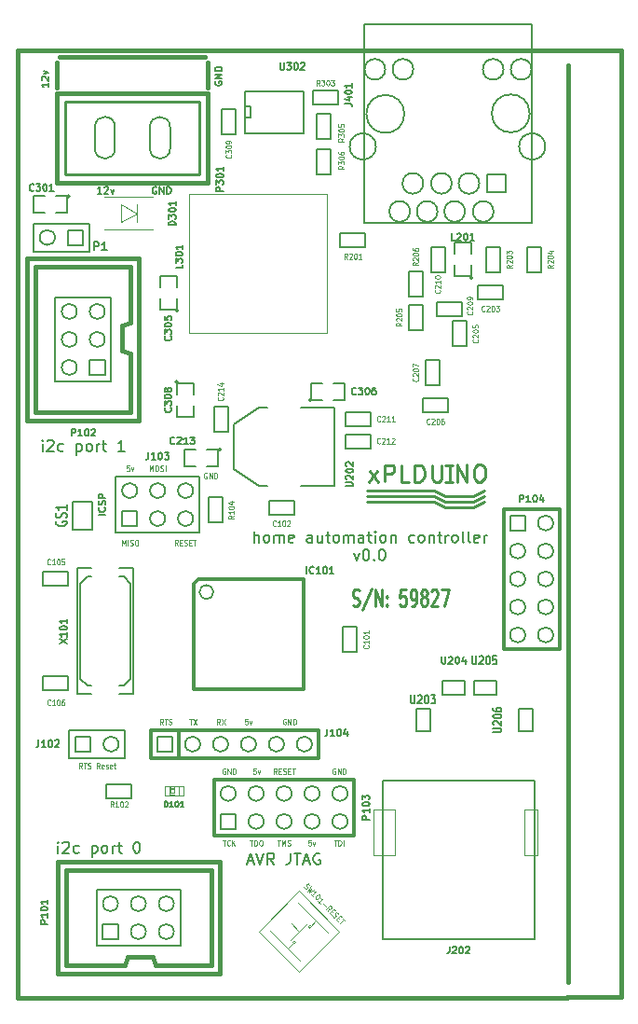
<source format=gto>
G04 (created by PCBNEW (2011-nov-30)-testing) date ven. 21 sept. 2012 14:12:35 CEST*
%MOIN*%
G04 Gerber Fmt 3.4, Leading zero omitted, Abs format*
%FSLAX34Y34*%
G01*
G70*
G90*
G04 APERTURE LIST*
%ADD10C,0.006*%
%ADD11C,0.0099*%
%ADD12C,0.015*%
%ADD13C,0.005*%
%ADD14C,0.008*%
%ADD15C,0.0045*%
%ADD16C,0.0026*%
%ADD17C,0.004*%
%ADD18C,0.003*%
%ADD19C,0.0059*%
%ADD20C,0.012*%
%ADD21C,0.0094*%
%ADD22C,0.01*%
G04 APERTURE END LIST*
G54D10*
G54D11*
X31693Y-59211D02*
X31749Y-59239D01*
X31843Y-59239D01*
X31881Y-59211D01*
X31899Y-59182D01*
X31918Y-59126D01*
X31918Y-59070D01*
X31899Y-59014D01*
X31881Y-58985D01*
X31843Y-58957D01*
X31768Y-58929D01*
X31731Y-58901D01*
X31712Y-58873D01*
X31693Y-58817D01*
X31693Y-58760D01*
X31712Y-58704D01*
X31731Y-58676D01*
X31768Y-58648D01*
X31862Y-58648D01*
X31918Y-58676D01*
X32368Y-58620D02*
X32031Y-59379D01*
X32500Y-59239D02*
X32500Y-58648D01*
X32725Y-59239D01*
X32725Y-58648D01*
X32913Y-59182D02*
X32932Y-59211D01*
X32913Y-59239D01*
X32894Y-59211D01*
X32913Y-59182D01*
X32913Y-59239D01*
X32913Y-58873D02*
X32932Y-58901D01*
X32913Y-58929D01*
X32894Y-58901D01*
X32913Y-58873D01*
X32913Y-58929D01*
X33588Y-58648D02*
X33401Y-58648D01*
X33382Y-58929D01*
X33401Y-58901D01*
X33438Y-58873D01*
X33532Y-58873D01*
X33570Y-58901D01*
X33588Y-58929D01*
X33607Y-58985D01*
X33607Y-59126D01*
X33588Y-59182D01*
X33570Y-59211D01*
X33532Y-59239D01*
X33438Y-59239D01*
X33401Y-59211D01*
X33382Y-59182D01*
X33795Y-59239D02*
X33870Y-59239D01*
X33907Y-59211D01*
X33926Y-59182D01*
X33963Y-59098D01*
X33982Y-58985D01*
X33982Y-58760D01*
X33963Y-58704D01*
X33945Y-58676D01*
X33907Y-58648D01*
X33832Y-58648D01*
X33795Y-58676D01*
X33776Y-58704D01*
X33757Y-58760D01*
X33757Y-58901D01*
X33776Y-58957D01*
X33795Y-58985D01*
X33832Y-59014D01*
X33907Y-59014D01*
X33945Y-58985D01*
X33963Y-58957D01*
X33982Y-58901D01*
X34207Y-58901D02*
X34170Y-58873D01*
X34151Y-58845D01*
X34132Y-58788D01*
X34132Y-58760D01*
X34151Y-58704D01*
X34170Y-58676D01*
X34207Y-58648D01*
X34282Y-58648D01*
X34320Y-58676D01*
X34338Y-58704D01*
X34357Y-58760D01*
X34357Y-58788D01*
X34338Y-58845D01*
X34320Y-58873D01*
X34282Y-58901D01*
X34207Y-58901D01*
X34170Y-58929D01*
X34151Y-58957D01*
X34132Y-59014D01*
X34132Y-59126D01*
X34151Y-59182D01*
X34170Y-59211D01*
X34207Y-59239D01*
X34282Y-59239D01*
X34320Y-59211D01*
X34338Y-59182D01*
X34357Y-59126D01*
X34357Y-59014D01*
X34338Y-58957D01*
X34320Y-58929D01*
X34282Y-58901D01*
X34507Y-58704D02*
X34526Y-58676D01*
X34563Y-58648D01*
X34657Y-58648D01*
X34695Y-58676D01*
X34713Y-58704D01*
X34732Y-58760D01*
X34732Y-58817D01*
X34713Y-58901D01*
X34488Y-59239D01*
X34732Y-59239D01*
X34863Y-58648D02*
X35126Y-58648D01*
X34957Y-59239D01*
G54D12*
X39400Y-72675D02*
X39400Y-39925D01*
X19700Y-39375D02*
X19700Y-39400D01*
X41300Y-39375D02*
X19700Y-39375D01*
X41300Y-73225D02*
X41300Y-39375D01*
X39375Y-73225D02*
X41300Y-73225D01*
G54D13*
X26763Y-40491D02*
X26751Y-40514D01*
X26751Y-40550D01*
X26763Y-40586D01*
X26787Y-40610D01*
X26811Y-40621D01*
X26858Y-40633D01*
X26894Y-40633D01*
X26942Y-40621D01*
X26965Y-40610D01*
X26989Y-40586D01*
X27001Y-40550D01*
X27001Y-40526D01*
X26989Y-40491D01*
X26977Y-40479D01*
X26894Y-40479D01*
X26894Y-40526D01*
X27001Y-40371D02*
X26751Y-40371D01*
X27001Y-40229D01*
X26751Y-40229D01*
X27001Y-40109D02*
X26751Y-40109D01*
X26751Y-40050D01*
X26763Y-40014D01*
X26787Y-39990D01*
X26811Y-39979D01*
X26858Y-39967D01*
X26894Y-39967D01*
X26942Y-39979D01*
X26965Y-39990D01*
X26989Y-40014D01*
X27001Y-40050D01*
X27001Y-40109D01*
X20801Y-40543D02*
X20801Y-40685D01*
X20801Y-40614D02*
X20551Y-40614D01*
X20587Y-40638D01*
X20611Y-40662D01*
X20623Y-40685D01*
X20575Y-40447D02*
X20563Y-40435D01*
X20551Y-40412D01*
X20551Y-40352D01*
X20563Y-40328D01*
X20575Y-40316D01*
X20599Y-40305D01*
X20623Y-40305D01*
X20658Y-40316D01*
X20801Y-40459D01*
X20801Y-40305D01*
X20635Y-40221D02*
X20801Y-40162D01*
X20635Y-40102D01*
G54D14*
X28155Y-56962D02*
X28155Y-56562D01*
X28327Y-56962D02*
X28327Y-56752D01*
X28308Y-56714D01*
X28270Y-56695D01*
X28212Y-56695D01*
X28174Y-56714D01*
X28155Y-56733D01*
X28574Y-56962D02*
X28536Y-56943D01*
X28517Y-56924D01*
X28498Y-56886D01*
X28498Y-56771D01*
X28517Y-56733D01*
X28536Y-56714D01*
X28574Y-56695D01*
X28632Y-56695D01*
X28670Y-56714D01*
X28689Y-56733D01*
X28708Y-56771D01*
X28708Y-56886D01*
X28689Y-56924D01*
X28670Y-56943D01*
X28632Y-56962D01*
X28574Y-56962D01*
X28879Y-56962D02*
X28879Y-56695D01*
X28879Y-56733D02*
X28898Y-56714D01*
X28936Y-56695D01*
X28994Y-56695D01*
X29032Y-56714D01*
X29051Y-56752D01*
X29051Y-56962D01*
X29051Y-56752D02*
X29070Y-56714D01*
X29108Y-56695D01*
X29165Y-56695D01*
X29203Y-56714D01*
X29222Y-56752D01*
X29222Y-56962D01*
X29565Y-56943D02*
X29527Y-56962D01*
X29450Y-56962D01*
X29412Y-56943D01*
X29393Y-56905D01*
X29393Y-56752D01*
X29412Y-56714D01*
X29450Y-56695D01*
X29527Y-56695D01*
X29565Y-56714D01*
X29584Y-56752D01*
X29584Y-56790D01*
X29393Y-56829D01*
X30232Y-56962D02*
X30232Y-56752D01*
X30213Y-56714D01*
X30175Y-56695D01*
X30098Y-56695D01*
X30060Y-56714D01*
X30232Y-56943D02*
X30194Y-56962D01*
X30098Y-56962D01*
X30060Y-56943D01*
X30041Y-56905D01*
X30041Y-56867D01*
X30060Y-56829D01*
X30098Y-56810D01*
X30194Y-56810D01*
X30232Y-56790D01*
X30594Y-56695D02*
X30594Y-56962D01*
X30422Y-56695D02*
X30422Y-56905D01*
X30441Y-56943D01*
X30479Y-56962D01*
X30537Y-56962D01*
X30575Y-56943D01*
X30594Y-56924D01*
X30727Y-56695D02*
X30879Y-56695D01*
X30784Y-56562D02*
X30784Y-56905D01*
X30803Y-56943D01*
X30841Y-56962D01*
X30879Y-56962D01*
X31070Y-56962D02*
X31032Y-56943D01*
X31013Y-56924D01*
X30994Y-56886D01*
X30994Y-56771D01*
X31013Y-56733D01*
X31032Y-56714D01*
X31070Y-56695D01*
X31128Y-56695D01*
X31166Y-56714D01*
X31185Y-56733D01*
X31204Y-56771D01*
X31204Y-56886D01*
X31185Y-56924D01*
X31166Y-56943D01*
X31128Y-56962D01*
X31070Y-56962D01*
X31375Y-56962D02*
X31375Y-56695D01*
X31375Y-56733D02*
X31394Y-56714D01*
X31432Y-56695D01*
X31490Y-56695D01*
X31528Y-56714D01*
X31547Y-56752D01*
X31547Y-56962D01*
X31547Y-56752D02*
X31566Y-56714D01*
X31604Y-56695D01*
X31661Y-56695D01*
X31699Y-56714D01*
X31718Y-56752D01*
X31718Y-56962D01*
X32080Y-56962D02*
X32080Y-56752D01*
X32061Y-56714D01*
X32023Y-56695D01*
X31946Y-56695D01*
X31908Y-56714D01*
X32080Y-56943D02*
X32042Y-56962D01*
X31946Y-56962D01*
X31908Y-56943D01*
X31889Y-56905D01*
X31889Y-56867D01*
X31908Y-56829D01*
X31946Y-56810D01*
X32042Y-56810D01*
X32080Y-56790D01*
X32213Y-56695D02*
X32365Y-56695D01*
X32270Y-56562D02*
X32270Y-56905D01*
X32289Y-56943D01*
X32327Y-56962D01*
X32365Y-56962D01*
X32499Y-56962D02*
X32499Y-56695D01*
X32499Y-56562D02*
X32480Y-56581D01*
X32499Y-56600D01*
X32518Y-56581D01*
X32499Y-56562D01*
X32499Y-56600D01*
X32746Y-56962D02*
X32708Y-56943D01*
X32689Y-56924D01*
X32670Y-56886D01*
X32670Y-56771D01*
X32689Y-56733D01*
X32708Y-56714D01*
X32746Y-56695D01*
X32804Y-56695D01*
X32842Y-56714D01*
X32861Y-56733D01*
X32880Y-56771D01*
X32880Y-56886D01*
X32861Y-56924D01*
X32842Y-56943D01*
X32804Y-56962D01*
X32746Y-56962D01*
X33051Y-56695D02*
X33051Y-56962D01*
X33051Y-56733D02*
X33070Y-56714D01*
X33108Y-56695D01*
X33166Y-56695D01*
X33204Y-56714D01*
X33223Y-56752D01*
X33223Y-56962D01*
X33890Y-56943D02*
X33852Y-56962D01*
X33775Y-56962D01*
X33737Y-56943D01*
X33718Y-56924D01*
X33699Y-56886D01*
X33699Y-56771D01*
X33718Y-56733D01*
X33737Y-56714D01*
X33775Y-56695D01*
X33852Y-56695D01*
X33890Y-56714D01*
X34118Y-56962D02*
X34080Y-56943D01*
X34061Y-56924D01*
X34042Y-56886D01*
X34042Y-56771D01*
X34061Y-56733D01*
X34080Y-56714D01*
X34118Y-56695D01*
X34176Y-56695D01*
X34214Y-56714D01*
X34233Y-56733D01*
X34252Y-56771D01*
X34252Y-56886D01*
X34233Y-56924D01*
X34214Y-56943D01*
X34176Y-56962D01*
X34118Y-56962D01*
X34423Y-56695D02*
X34423Y-56962D01*
X34423Y-56733D02*
X34442Y-56714D01*
X34480Y-56695D01*
X34538Y-56695D01*
X34576Y-56714D01*
X34595Y-56752D01*
X34595Y-56962D01*
X34728Y-56695D02*
X34880Y-56695D01*
X34785Y-56562D02*
X34785Y-56905D01*
X34804Y-56943D01*
X34842Y-56962D01*
X34880Y-56962D01*
X35014Y-56962D02*
X35014Y-56695D01*
X35014Y-56771D02*
X35033Y-56733D01*
X35052Y-56714D01*
X35090Y-56695D01*
X35129Y-56695D01*
X35319Y-56962D02*
X35281Y-56943D01*
X35262Y-56924D01*
X35243Y-56886D01*
X35243Y-56771D01*
X35262Y-56733D01*
X35281Y-56714D01*
X35319Y-56695D01*
X35377Y-56695D01*
X35415Y-56714D01*
X35434Y-56733D01*
X35453Y-56771D01*
X35453Y-56886D01*
X35434Y-56924D01*
X35415Y-56943D01*
X35377Y-56962D01*
X35319Y-56962D01*
X35681Y-56962D02*
X35643Y-56943D01*
X35624Y-56905D01*
X35624Y-56562D01*
X35891Y-56962D02*
X35853Y-56943D01*
X35834Y-56905D01*
X35834Y-56562D01*
X36197Y-56943D02*
X36159Y-56962D01*
X36082Y-56962D01*
X36044Y-56943D01*
X36025Y-56905D01*
X36025Y-56752D01*
X36044Y-56714D01*
X36082Y-56695D01*
X36159Y-56695D01*
X36197Y-56714D01*
X36216Y-56752D01*
X36216Y-56790D01*
X36025Y-56829D01*
X36387Y-56962D02*
X36387Y-56695D01*
X36387Y-56771D02*
X36406Y-56733D01*
X36425Y-56714D01*
X36463Y-56695D01*
X36502Y-56695D01*
X31729Y-57335D02*
X31824Y-57602D01*
X31920Y-57335D01*
X32148Y-57202D02*
X32187Y-57202D01*
X32225Y-57221D01*
X32244Y-57240D01*
X32263Y-57278D01*
X32282Y-57354D01*
X32282Y-57450D01*
X32263Y-57526D01*
X32244Y-57564D01*
X32225Y-57583D01*
X32187Y-57602D01*
X32148Y-57602D01*
X32110Y-57583D01*
X32091Y-57564D01*
X32072Y-57526D01*
X32053Y-57450D01*
X32053Y-57354D01*
X32072Y-57278D01*
X32091Y-57240D01*
X32110Y-57221D01*
X32148Y-57202D01*
X32453Y-57564D02*
X32472Y-57583D01*
X32453Y-57602D01*
X32434Y-57583D01*
X32453Y-57564D01*
X32453Y-57602D01*
X32719Y-57202D02*
X32758Y-57202D01*
X32796Y-57221D01*
X32815Y-57240D01*
X32834Y-57278D01*
X32853Y-57354D01*
X32853Y-57450D01*
X32834Y-57526D01*
X32815Y-57564D01*
X32796Y-57583D01*
X32758Y-57602D01*
X32719Y-57602D01*
X32681Y-57583D01*
X32662Y-57564D01*
X32643Y-57526D01*
X32624Y-57450D01*
X32624Y-57354D01*
X32643Y-57278D01*
X32662Y-57240D01*
X32681Y-57221D01*
X32719Y-57202D01*
X20589Y-53705D02*
X20589Y-53438D01*
X20589Y-53305D02*
X20570Y-53324D01*
X20589Y-53343D01*
X20608Y-53324D01*
X20589Y-53305D01*
X20589Y-53343D01*
X20760Y-53343D02*
X20779Y-53324D01*
X20817Y-53305D01*
X20913Y-53305D01*
X20951Y-53324D01*
X20970Y-53343D01*
X20989Y-53381D01*
X20989Y-53419D01*
X20970Y-53476D01*
X20741Y-53705D01*
X20989Y-53705D01*
X21332Y-53686D02*
X21294Y-53705D01*
X21217Y-53705D01*
X21179Y-53686D01*
X21160Y-53667D01*
X21141Y-53629D01*
X21141Y-53514D01*
X21160Y-53476D01*
X21179Y-53457D01*
X21217Y-53438D01*
X21294Y-53438D01*
X21332Y-53457D01*
X21808Y-53438D02*
X21808Y-53838D01*
X21808Y-53457D02*
X21846Y-53438D01*
X21923Y-53438D01*
X21961Y-53457D01*
X21980Y-53476D01*
X21999Y-53514D01*
X21999Y-53629D01*
X21980Y-53667D01*
X21961Y-53686D01*
X21923Y-53705D01*
X21846Y-53705D01*
X21808Y-53686D01*
X22227Y-53705D02*
X22189Y-53686D01*
X22170Y-53667D01*
X22151Y-53629D01*
X22151Y-53514D01*
X22170Y-53476D01*
X22189Y-53457D01*
X22227Y-53438D01*
X22285Y-53438D01*
X22323Y-53457D01*
X22342Y-53476D01*
X22361Y-53514D01*
X22361Y-53629D01*
X22342Y-53667D01*
X22323Y-53686D01*
X22285Y-53705D01*
X22227Y-53705D01*
X22532Y-53705D02*
X22532Y-53438D01*
X22532Y-53514D02*
X22551Y-53476D01*
X22570Y-53457D01*
X22608Y-53438D01*
X22647Y-53438D01*
X22723Y-53438D02*
X22875Y-53438D01*
X22780Y-53305D02*
X22780Y-53648D01*
X22799Y-53686D01*
X22837Y-53705D01*
X22875Y-53705D01*
X23524Y-53705D02*
X23295Y-53705D01*
X23409Y-53705D02*
X23409Y-53305D01*
X23371Y-53362D01*
X23333Y-53400D01*
X23295Y-53419D01*
G54D15*
X22004Y-65042D02*
X21944Y-64947D01*
X21901Y-65042D02*
X21901Y-64842D01*
X21969Y-64842D01*
X21987Y-64851D01*
X21995Y-64861D01*
X22004Y-64880D01*
X22004Y-64909D01*
X21995Y-64928D01*
X21987Y-64937D01*
X21969Y-64947D01*
X21901Y-64947D01*
X22055Y-64842D02*
X22158Y-64842D01*
X22107Y-65042D02*
X22107Y-64842D01*
X22209Y-65032D02*
X22235Y-65042D01*
X22278Y-65042D01*
X22295Y-65032D01*
X22304Y-65023D01*
X22312Y-65004D01*
X22312Y-64985D01*
X22304Y-64966D01*
X22295Y-64956D01*
X22278Y-64947D01*
X22244Y-64937D01*
X22226Y-64928D01*
X22218Y-64918D01*
X22209Y-64899D01*
X22209Y-64880D01*
X22218Y-64861D01*
X22226Y-64851D01*
X22244Y-64842D01*
X22286Y-64842D01*
X22312Y-64851D01*
X22629Y-65042D02*
X22569Y-64947D01*
X22526Y-65042D02*
X22526Y-64842D01*
X22594Y-64842D01*
X22612Y-64851D01*
X22620Y-64861D01*
X22629Y-64880D01*
X22629Y-64909D01*
X22620Y-64928D01*
X22612Y-64937D01*
X22594Y-64947D01*
X22526Y-64947D01*
X22774Y-65032D02*
X22757Y-65042D01*
X22723Y-65042D01*
X22706Y-65032D01*
X22697Y-65013D01*
X22697Y-64937D01*
X22706Y-64918D01*
X22723Y-64909D01*
X22757Y-64909D01*
X22774Y-64918D01*
X22783Y-64937D01*
X22783Y-64956D01*
X22697Y-64975D01*
X22851Y-65032D02*
X22868Y-65042D01*
X22903Y-65042D01*
X22920Y-65032D01*
X22928Y-65013D01*
X22928Y-65004D01*
X22920Y-64985D01*
X22903Y-64975D01*
X22877Y-64975D01*
X22860Y-64966D01*
X22851Y-64947D01*
X22851Y-64937D01*
X22860Y-64918D01*
X22877Y-64909D01*
X22903Y-64909D01*
X22920Y-64918D01*
X23074Y-65032D02*
X23057Y-65042D01*
X23023Y-65042D01*
X23006Y-65032D01*
X22997Y-65013D01*
X22997Y-64937D01*
X23006Y-64918D01*
X23023Y-64909D01*
X23057Y-64909D01*
X23074Y-64918D01*
X23083Y-64937D01*
X23083Y-64956D01*
X22997Y-64975D01*
X23134Y-64909D02*
X23203Y-64909D01*
X23160Y-64842D02*
X23160Y-65013D01*
X23168Y-65032D01*
X23186Y-65042D01*
X23203Y-65042D01*
X27127Y-65047D02*
X27110Y-65038D01*
X27084Y-65038D01*
X27059Y-65047D01*
X27041Y-65067D01*
X27033Y-65086D01*
X27024Y-65124D01*
X27024Y-65152D01*
X27033Y-65190D01*
X27041Y-65209D01*
X27059Y-65228D01*
X27084Y-65238D01*
X27101Y-65238D01*
X27127Y-65228D01*
X27136Y-65219D01*
X27136Y-65152D01*
X27101Y-65152D01*
X27213Y-65238D02*
X27213Y-65038D01*
X27316Y-65238D01*
X27316Y-65038D01*
X27402Y-65238D02*
X27402Y-65038D01*
X27445Y-65038D01*
X27470Y-65047D01*
X27488Y-65067D01*
X27496Y-65086D01*
X27505Y-65124D01*
X27505Y-65152D01*
X27496Y-65190D01*
X27488Y-65209D01*
X27470Y-65228D01*
X27445Y-65238D01*
X27402Y-65238D01*
X31064Y-65047D02*
X31047Y-65038D01*
X31021Y-65038D01*
X30996Y-65047D01*
X30978Y-65067D01*
X30970Y-65086D01*
X30961Y-65124D01*
X30961Y-65152D01*
X30970Y-65190D01*
X30978Y-65209D01*
X30996Y-65228D01*
X31021Y-65238D01*
X31038Y-65238D01*
X31064Y-65228D01*
X31073Y-65219D01*
X31073Y-65152D01*
X31038Y-65152D01*
X31150Y-65238D02*
X31150Y-65038D01*
X31253Y-65238D01*
X31253Y-65038D01*
X31339Y-65238D02*
X31339Y-65038D01*
X31382Y-65038D01*
X31407Y-65047D01*
X31425Y-65067D01*
X31433Y-65086D01*
X31442Y-65124D01*
X31442Y-65152D01*
X31433Y-65190D01*
X31425Y-65209D01*
X31407Y-65228D01*
X31382Y-65238D01*
X31339Y-65238D01*
X28971Y-65238D02*
X28911Y-65143D01*
X28868Y-65238D02*
X28868Y-65038D01*
X28936Y-65038D01*
X28954Y-65047D01*
X28962Y-65057D01*
X28971Y-65076D01*
X28971Y-65105D01*
X28962Y-65124D01*
X28954Y-65133D01*
X28936Y-65143D01*
X28868Y-65143D01*
X29048Y-65133D02*
X29108Y-65133D01*
X29134Y-65238D02*
X29048Y-65238D01*
X29048Y-65038D01*
X29134Y-65038D01*
X29202Y-65228D02*
X29228Y-65238D01*
X29271Y-65238D01*
X29288Y-65228D01*
X29297Y-65219D01*
X29305Y-65200D01*
X29305Y-65181D01*
X29297Y-65162D01*
X29288Y-65152D01*
X29271Y-65143D01*
X29237Y-65133D01*
X29219Y-65124D01*
X29211Y-65114D01*
X29202Y-65095D01*
X29202Y-65076D01*
X29211Y-65057D01*
X29219Y-65047D01*
X29237Y-65038D01*
X29279Y-65038D01*
X29305Y-65047D01*
X29382Y-65133D02*
X29442Y-65133D01*
X29468Y-65238D02*
X29382Y-65238D01*
X29382Y-65038D01*
X29468Y-65038D01*
X29519Y-65038D02*
X29622Y-65038D01*
X29571Y-65238D02*
X29571Y-65038D01*
X28223Y-65038D02*
X28137Y-65038D01*
X28128Y-65133D01*
X28137Y-65124D01*
X28154Y-65114D01*
X28197Y-65114D01*
X28214Y-65124D01*
X28223Y-65133D01*
X28231Y-65152D01*
X28231Y-65200D01*
X28223Y-65219D01*
X28214Y-65228D01*
X28197Y-65238D01*
X28154Y-65238D01*
X28137Y-65228D01*
X28128Y-65219D01*
X28291Y-65105D02*
X28334Y-65238D01*
X28376Y-65105D01*
X27033Y-67598D02*
X27136Y-67598D01*
X27085Y-67798D02*
X27085Y-67598D01*
X27299Y-67779D02*
X27290Y-67788D01*
X27264Y-67798D01*
X27247Y-67798D01*
X27222Y-67788D01*
X27204Y-67769D01*
X27196Y-67750D01*
X27187Y-67712D01*
X27187Y-67684D01*
X27196Y-67646D01*
X27204Y-67627D01*
X27222Y-67607D01*
X27247Y-67598D01*
X27264Y-67598D01*
X27290Y-67607D01*
X27299Y-67617D01*
X27376Y-67798D02*
X27376Y-67598D01*
X27479Y-67798D02*
X27402Y-67684D01*
X27479Y-67598D02*
X27376Y-67712D01*
X28012Y-67598D02*
X28115Y-67598D01*
X28064Y-67798D02*
X28064Y-67598D01*
X28175Y-67798D02*
X28175Y-67598D01*
X28218Y-67598D01*
X28243Y-67607D01*
X28261Y-67627D01*
X28269Y-67646D01*
X28278Y-67684D01*
X28278Y-67712D01*
X28269Y-67750D01*
X28261Y-67769D01*
X28243Y-67788D01*
X28218Y-67798D01*
X28175Y-67798D01*
X28389Y-67598D02*
X28423Y-67598D01*
X28441Y-67607D01*
X28458Y-67627D01*
X28466Y-67665D01*
X28466Y-67731D01*
X28458Y-67769D01*
X28441Y-67788D01*
X28423Y-67798D01*
X28389Y-67798D01*
X28372Y-67788D01*
X28355Y-67769D01*
X28346Y-67731D01*
X28346Y-67665D01*
X28355Y-67627D01*
X28372Y-67607D01*
X28389Y-67598D01*
X28992Y-67598D02*
X29095Y-67598D01*
X29044Y-67798D02*
X29044Y-67598D01*
X29155Y-67798D02*
X29155Y-67598D01*
X29215Y-67741D01*
X29275Y-67598D01*
X29275Y-67798D01*
X29352Y-67788D02*
X29378Y-67798D01*
X29421Y-67798D01*
X29438Y-67788D01*
X29447Y-67779D01*
X29455Y-67760D01*
X29455Y-67741D01*
X29447Y-67722D01*
X29438Y-67712D01*
X29421Y-67703D01*
X29387Y-67693D01*
X29369Y-67684D01*
X29361Y-67674D01*
X29352Y-67655D01*
X29352Y-67636D01*
X29361Y-67617D01*
X29369Y-67607D01*
X29387Y-67598D01*
X29429Y-67598D01*
X29455Y-67607D01*
X31017Y-67598D02*
X31120Y-67598D01*
X31069Y-67798D02*
X31069Y-67598D01*
X31180Y-67798D02*
X31180Y-67598D01*
X31223Y-67598D01*
X31248Y-67607D01*
X31266Y-67627D01*
X31274Y-67646D01*
X31283Y-67684D01*
X31283Y-67712D01*
X31274Y-67750D01*
X31266Y-67769D01*
X31248Y-67788D01*
X31223Y-67798D01*
X31180Y-67798D01*
X31360Y-67798D02*
X31360Y-67598D01*
X30192Y-67598D02*
X30106Y-67598D01*
X30097Y-67693D01*
X30106Y-67684D01*
X30123Y-67674D01*
X30166Y-67674D01*
X30183Y-67684D01*
X30192Y-67693D01*
X30200Y-67712D01*
X30200Y-67760D01*
X30192Y-67779D01*
X30183Y-67788D01*
X30166Y-67798D01*
X30123Y-67798D01*
X30106Y-67788D01*
X30097Y-67779D01*
X30260Y-67665D02*
X30303Y-67798D01*
X30345Y-67665D01*
X29292Y-63276D02*
X29275Y-63267D01*
X29249Y-63267D01*
X29224Y-63276D01*
X29206Y-63296D01*
X29198Y-63315D01*
X29189Y-63353D01*
X29189Y-63381D01*
X29198Y-63419D01*
X29206Y-63438D01*
X29224Y-63457D01*
X29249Y-63467D01*
X29266Y-63467D01*
X29292Y-63457D01*
X29301Y-63448D01*
X29301Y-63381D01*
X29266Y-63381D01*
X29378Y-63467D02*
X29378Y-63267D01*
X29481Y-63467D01*
X29481Y-63267D01*
X29567Y-63467D02*
X29567Y-63267D01*
X29610Y-63267D01*
X29635Y-63276D01*
X29653Y-63296D01*
X29661Y-63315D01*
X29670Y-63353D01*
X29670Y-63381D01*
X29661Y-63419D01*
X29653Y-63438D01*
X29635Y-63457D01*
X29610Y-63467D01*
X29567Y-63467D01*
X27928Y-63267D02*
X27842Y-63267D01*
X27833Y-63362D01*
X27842Y-63353D01*
X27859Y-63343D01*
X27902Y-63343D01*
X27919Y-63353D01*
X27928Y-63362D01*
X27936Y-63381D01*
X27936Y-63429D01*
X27928Y-63448D01*
X27919Y-63457D01*
X27902Y-63467D01*
X27859Y-63467D01*
X27842Y-63457D01*
X27833Y-63448D01*
X27996Y-63334D02*
X28039Y-63467D01*
X28081Y-63334D01*
X24902Y-63467D02*
X24842Y-63372D01*
X24799Y-63467D02*
X24799Y-63267D01*
X24867Y-63267D01*
X24885Y-63276D01*
X24893Y-63286D01*
X24902Y-63305D01*
X24902Y-63334D01*
X24893Y-63353D01*
X24885Y-63362D01*
X24867Y-63372D01*
X24799Y-63372D01*
X24953Y-63267D02*
X25056Y-63267D01*
X25005Y-63467D02*
X25005Y-63267D01*
X25107Y-63457D02*
X25133Y-63467D01*
X25176Y-63467D01*
X25193Y-63457D01*
X25202Y-63448D01*
X25210Y-63429D01*
X25210Y-63410D01*
X25202Y-63391D01*
X25193Y-63381D01*
X25176Y-63372D01*
X25142Y-63362D01*
X25124Y-63353D01*
X25116Y-63343D01*
X25107Y-63324D01*
X25107Y-63305D01*
X25116Y-63286D01*
X25124Y-63276D01*
X25142Y-63267D01*
X25184Y-63267D01*
X25210Y-63276D01*
X26940Y-63467D02*
X26880Y-63372D01*
X26837Y-63467D02*
X26837Y-63267D01*
X26905Y-63267D01*
X26923Y-63276D01*
X26931Y-63286D01*
X26940Y-63305D01*
X26940Y-63334D01*
X26931Y-63353D01*
X26923Y-63362D01*
X26905Y-63372D01*
X26837Y-63372D01*
X27000Y-63267D02*
X27120Y-63467D01*
X27120Y-63267D02*
X27000Y-63467D01*
X25847Y-63267D02*
X25950Y-63267D01*
X25899Y-63467D02*
X25899Y-63267D01*
X25993Y-63267D02*
X26113Y-63467D01*
X26113Y-63267D02*
X25993Y-63467D01*
G54D13*
X22837Y-55978D02*
X22587Y-55978D01*
X22813Y-55717D02*
X22825Y-55729D01*
X22837Y-55764D01*
X22837Y-55788D01*
X22825Y-55824D01*
X22801Y-55848D01*
X22778Y-55859D01*
X22730Y-55871D01*
X22694Y-55871D01*
X22647Y-55859D01*
X22623Y-55848D01*
X22599Y-55824D01*
X22587Y-55788D01*
X22587Y-55764D01*
X22599Y-55729D01*
X22611Y-55717D01*
X22825Y-55621D02*
X22837Y-55586D01*
X22837Y-55526D01*
X22825Y-55502D01*
X22813Y-55490D01*
X22790Y-55479D01*
X22766Y-55479D01*
X22742Y-55490D01*
X22730Y-55502D01*
X22718Y-55526D01*
X22706Y-55574D01*
X22694Y-55598D01*
X22682Y-55609D01*
X22659Y-55621D01*
X22635Y-55621D01*
X22611Y-55609D01*
X22599Y-55598D01*
X22587Y-55574D01*
X22587Y-55514D01*
X22599Y-55479D01*
X22837Y-55371D02*
X22587Y-55371D01*
X22587Y-55276D01*
X22599Y-55252D01*
X22611Y-55241D01*
X22635Y-55229D01*
X22671Y-55229D01*
X22694Y-55241D01*
X22706Y-55252D01*
X22718Y-55276D01*
X22718Y-55371D01*
G54D15*
X26463Y-54490D02*
X26446Y-54481D01*
X26420Y-54481D01*
X26395Y-54490D01*
X26377Y-54510D01*
X26369Y-54529D01*
X26360Y-54567D01*
X26360Y-54595D01*
X26369Y-54633D01*
X26377Y-54652D01*
X26395Y-54671D01*
X26420Y-54681D01*
X26437Y-54681D01*
X26463Y-54671D01*
X26472Y-54662D01*
X26472Y-54595D01*
X26437Y-54595D01*
X26549Y-54681D02*
X26549Y-54481D01*
X26652Y-54681D01*
X26652Y-54481D01*
X26738Y-54681D02*
X26738Y-54481D01*
X26781Y-54481D01*
X26806Y-54490D01*
X26824Y-54510D01*
X26832Y-54529D01*
X26841Y-54567D01*
X26841Y-54595D01*
X26832Y-54633D01*
X26824Y-54652D01*
X26806Y-54671D01*
X26781Y-54681D01*
X26738Y-54681D01*
X25428Y-57069D02*
X25368Y-56974D01*
X25325Y-57069D02*
X25325Y-56869D01*
X25393Y-56869D01*
X25411Y-56878D01*
X25419Y-56888D01*
X25428Y-56907D01*
X25428Y-56936D01*
X25419Y-56955D01*
X25411Y-56964D01*
X25393Y-56974D01*
X25325Y-56974D01*
X25505Y-56964D02*
X25565Y-56964D01*
X25591Y-57069D02*
X25505Y-57069D01*
X25505Y-56869D01*
X25591Y-56869D01*
X25659Y-57059D02*
X25685Y-57069D01*
X25728Y-57069D01*
X25745Y-57059D01*
X25754Y-57050D01*
X25762Y-57031D01*
X25762Y-57012D01*
X25754Y-56993D01*
X25745Y-56983D01*
X25728Y-56974D01*
X25694Y-56964D01*
X25676Y-56955D01*
X25668Y-56945D01*
X25659Y-56926D01*
X25659Y-56907D01*
X25668Y-56888D01*
X25676Y-56878D01*
X25694Y-56869D01*
X25736Y-56869D01*
X25762Y-56878D01*
X25839Y-56964D02*
X25899Y-56964D01*
X25925Y-57069D02*
X25839Y-57069D01*
X25839Y-56869D01*
X25925Y-56869D01*
X25976Y-56869D02*
X26079Y-56869D01*
X26028Y-57069D02*
X26028Y-56869D01*
X23437Y-57069D02*
X23437Y-56869D01*
X23497Y-57012D01*
X23557Y-56869D01*
X23557Y-57069D01*
X23643Y-57069D02*
X23643Y-56869D01*
X23720Y-57059D02*
X23746Y-57069D01*
X23789Y-57069D01*
X23806Y-57059D01*
X23815Y-57050D01*
X23823Y-57031D01*
X23823Y-57012D01*
X23815Y-56993D01*
X23806Y-56983D01*
X23789Y-56974D01*
X23755Y-56964D01*
X23737Y-56955D01*
X23729Y-56945D01*
X23720Y-56926D01*
X23720Y-56907D01*
X23729Y-56888D01*
X23737Y-56878D01*
X23755Y-56869D01*
X23797Y-56869D01*
X23823Y-56878D01*
X23934Y-56869D02*
X23968Y-56869D01*
X23986Y-56878D01*
X24003Y-56898D01*
X24011Y-56936D01*
X24011Y-57002D01*
X24003Y-57040D01*
X23986Y-57059D01*
X23968Y-57069D01*
X23934Y-57069D01*
X23917Y-57059D01*
X23900Y-57040D01*
X23891Y-57002D01*
X23891Y-56936D01*
X23900Y-56898D01*
X23917Y-56878D01*
X23934Y-56869D01*
X23695Y-54212D02*
X23609Y-54212D01*
X23600Y-54307D01*
X23609Y-54298D01*
X23626Y-54288D01*
X23669Y-54288D01*
X23686Y-54298D01*
X23695Y-54307D01*
X23703Y-54326D01*
X23703Y-54374D01*
X23695Y-54393D01*
X23686Y-54402D01*
X23669Y-54412D01*
X23626Y-54412D01*
X23609Y-54402D01*
X23600Y-54393D01*
X23763Y-54279D02*
X23806Y-54412D01*
X23848Y-54279D01*
X24422Y-54412D02*
X24422Y-54212D01*
X24482Y-54355D01*
X24542Y-54212D01*
X24542Y-54412D01*
X24662Y-54212D02*
X24696Y-54212D01*
X24714Y-54221D01*
X24731Y-54241D01*
X24739Y-54279D01*
X24739Y-54345D01*
X24731Y-54383D01*
X24714Y-54402D01*
X24696Y-54412D01*
X24662Y-54412D01*
X24645Y-54402D01*
X24628Y-54383D01*
X24619Y-54345D01*
X24619Y-54279D01*
X24628Y-54241D01*
X24645Y-54221D01*
X24662Y-54212D01*
X24808Y-54402D02*
X24834Y-54412D01*
X24877Y-54412D01*
X24894Y-54402D01*
X24903Y-54393D01*
X24911Y-54374D01*
X24911Y-54355D01*
X24903Y-54336D01*
X24894Y-54326D01*
X24877Y-54317D01*
X24843Y-54307D01*
X24825Y-54298D01*
X24817Y-54288D01*
X24808Y-54269D01*
X24808Y-54250D01*
X24817Y-54231D01*
X24825Y-54221D01*
X24843Y-54212D01*
X24885Y-54212D01*
X24911Y-54221D01*
X24988Y-54412D02*
X24988Y-54212D01*
G54D13*
X24659Y-44263D02*
X24636Y-44251D01*
X24600Y-44251D01*
X24564Y-44263D01*
X24540Y-44287D01*
X24529Y-44311D01*
X24517Y-44358D01*
X24517Y-44394D01*
X24529Y-44442D01*
X24540Y-44465D01*
X24564Y-44489D01*
X24600Y-44501D01*
X24624Y-44501D01*
X24659Y-44489D01*
X24671Y-44477D01*
X24671Y-44394D01*
X24624Y-44394D01*
X24779Y-44501D02*
X24779Y-44251D01*
X24921Y-44501D01*
X24921Y-44251D01*
X25041Y-44501D02*
X25041Y-44251D01*
X25100Y-44251D01*
X25136Y-44263D01*
X25160Y-44287D01*
X25171Y-44311D01*
X25183Y-44358D01*
X25183Y-44394D01*
X25171Y-44442D01*
X25160Y-44465D01*
X25136Y-44489D01*
X25100Y-44501D01*
X25041Y-44501D01*
X22707Y-44501D02*
X22565Y-44501D01*
X22636Y-44501D02*
X22636Y-44251D01*
X22612Y-44287D01*
X22588Y-44311D01*
X22565Y-44323D01*
X22803Y-44275D02*
X22815Y-44263D01*
X22838Y-44251D01*
X22898Y-44251D01*
X22922Y-44263D01*
X22934Y-44275D01*
X22945Y-44299D01*
X22945Y-44323D01*
X22934Y-44358D01*
X22791Y-44501D01*
X22945Y-44501D01*
X23029Y-44335D02*
X23088Y-44501D01*
X23148Y-44335D01*
G54D14*
X27936Y-68355D02*
X28127Y-68355D01*
X27898Y-68469D02*
X28031Y-68069D01*
X28165Y-68469D01*
X28241Y-68069D02*
X28374Y-68469D01*
X28508Y-68069D01*
X28870Y-68469D02*
X28736Y-68278D01*
X28641Y-68469D02*
X28641Y-68069D01*
X28794Y-68069D01*
X28832Y-68088D01*
X28851Y-68107D01*
X28870Y-68145D01*
X28870Y-68202D01*
X28851Y-68240D01*
X28832Y-68259D01*
X28794Y-68278D01*
X28641Y-68278D01*
X29461Y-68069D02*
X29461Y-68355D01*
X29441Y-68412D01*
X29403Y-68450D01*
X29346Y-68469D01*
X29308Y-68469D01*
X29594Y-68069D02*
X29823Y-68069D01*
X29708Y-68469D02*
X29708Y-68069D01*
X29937Y-68355D02*
X30128Y-68355D01*
X29899Y-68469D02*
X30032Y-68069D01*
X30166Y-68469D01*
X30509Y-68088D02*
X30471Y-68069D01*
X30414Y-68069D01*
X30356Y-68088D01*
X30318Y-68126D01*
X30299Y-68164D01*
X30280Y-68240D01*
X30280Y-68297D01*
X30299Y-68374D01*
X30318Y-68412D01*
X30356Y-68450D01*
X30414Y-68469D01*
X30452Y-68469D01*
X30509Y-68450D01*
X30528Y-68431D01*
X30528Y-68297D01*
X30452Y-68297D01*
X21142Y-68062D02*
X21142Y-67795D01*
X21142Y-67662D02*
X21123Y-67681D01*
X21142Y-67700D01*
X21161Y-67681D01*
X21142Y-67662D01*
X21142Y-67700D01*
X21313Y-67700D02*
X21332Y-67681D01*
X21370Y-67662D01*
X21466Y-67662D01*
X21504Y-67681D01*
X21523Y-67700D01*
X21542Y-67738D01*
X21542Y-67776D01*
X21523Y-67833D01*
X21294Y-68062D01*
X21542Y-68062D01*
X21885Y-68043D02*
X21847Y-68062D01*
X21770Y-68062D01*
X21732Y-68043D01*
X21713Y-68024D01*
X21694Y-67986D01*
X21694Y-67871D01*
X21713Y-67833D01*
X21732Y-67814D01*
X21770Y-67795D01*
X21847Y-67795D01*
X21885Y-67814D01*
X22361Y-67795D02*
X22361Y-68195D01*
X22361Y-67814D02*
X22399Y-67795D01*
X22476Y-67795D01*
X22514Y-67814D01*
X22533Y-67833D01*
X22552Y-67871D01*
X22552Y-67986D01*
X22533Y-68024D01*
X22514Y-68043D01*
X22476Y-68062D01*
X22399Y-68062D01*
X22361Y-68043D01*
X22780Y-68062D02*
X22742Y-68043D01*
X22723Y-68024D01*
X22704Y-67986D01*
X22704Y-67871D01*
X22723Y-67833D01*
X22742Y-67814D01*
X22780Y-67795D01*
X22838Y-67795D01*
X22876Y-67814D01*
X22895Y-67833D01*
X22914Y-67871D01*
X22914Y-67986D01*
X22895Y-68024D01*
X22876Y-68043D01*
X22838Y-68062D01*
X22780Y-68062D01*
X23085Y-68062D02*
X23085Y-67795D01*
X23085Y-67871D02*
X23104Y-67833D01*
X23123Y-67814D01*
X23161Y-67795D01*
X23200Y-67795D01*
X23276Y-67795D02*
X23428Y-67795D01*
X23333Y-67662D02*
X23333Y-68005D01*
X23352Y-68043D01*
X23390Y-68062D01*
X23428Y-68062D01*
X23943Y-67662D02*
X23982Y-67662D01*
X24020Y-67681D01*
X24039Y-67700D01*
X24058Y-67738D01*
X24077Y-67814D01*
X24077Y-67910D01*
X24058Y-67986D01*
X24039Y-68024D01*
X24020Y-68043D01*
X23982Y-68062D01*
X23943Y-68062D01*
X23905Y-68043D01*
X23886Y-68024D01*
X23867Y-67986D01*
X23848Y-67910D01*
X23848Y-67814D01*
X23867Y-67738D01*
X23886Y-67700D01*
X23905Y-67681D01*
X23943Y-67662D01*
G54D12*
X19685Y-73228D02*
X19685Y-39370D01*
X39370Y-73228D02*
X19685Y-73228D01*
G54D10*
X38124Y-63707D02*
X38124Y-62907D01*
X38124Y-62907D02*
X37624Y-62907D01*
X37624Y-62907D02*
X37624Y-63707D01*
X37624Y-63707D02*
X38124Y-63707D01*
X36017Y-62415D02*
X36817Y-62415D01*
X36817Y-62415D02*
X36817Y-61915D01*
X36817Y-61915D02*
X36017Y-61915D01*
X36017Y-61915D02*
X36017Y-62415D01*
X34915Y-62415D02*
X35715Y-62415D01*
X35715Y-62415D02*
X35715Y-61915D01*
X35715Y-61915D02*
X34915Y-61915D01*
X34915Y-61915D02*
X34915Y-62415D01*
X34463Y-63707D02*
X34463Y-62907D01*
X34463Y-62907D02*
X33963Y-62907D01*
X33963Y-62907D02*
X33963Y-63707D01*
X33963Y-63707D02*
X34463Y-63707D01*
G54D13*
X21566Y-44582D02*
G75*
G03X21566Y-44582I-50J0D01*
G74*
G01*
X21066Y-44582D02*
X21466Y-44582D01*
X21466Y-44582D02*
X21466Y-45182D01*
X21466Y-45182D02*
X21066Y-45182D01*
X20666Y-45182D02*
X20266Y-45182D01*
X20266Y-45182D02*
X20266Y-44582D01*
X20266Y-44582D02*
X20666Y-44582D01*
X26980Y-53637D02*
G75*
G03X26980Y-53637I-50J0D01*
G74*
G01*
X26480Y-53637D02*
X26880Y-53637D01*
X26880Y-53637D02*
X26880Y-54237D01*
X26880Y-54237D02*
X26480Y-54237D01*
X26080Y-54237D02*
X25680Y-54237D01*
X25680Y-54237D02*
X25680Y-53637D01*
X25680Y-53637D02*
X26080Y-53637D01*
X25448Y-48681D02*
G75*
G03X25448Y-48681I-50J0D01*
G74*
G01*
X25398Y-48231D02*
X25398Y-48631D01*
X25398Y-48631D02*
X24798Y-48631D01*
X24798Y-48631D02*
X24798Y-48231D01*
X24798Y-47831D02*
X24798Y-47431D01*
X24798Y-47431D02*
X25398Y-47431D01*
X25398Y-47431D02*
X25398Y-47831D01*
X30207Y-51875D02*
G75*
G03X30207Y-51875I-50J0D01*
G74*
G01*
X30607Y-51875D02*
X30207Y-51875D01*
X30207Y-51875D02*
X30207Y-51275D01*
X30207Y-51275D02*
X30607Y-51275D01*
X31007Y-51275D02*
X31407Y-51275D01*
X31407Y-51275D02*
X31407Y-51875D01*
X31407Y-51875D02*
X31007Y-51875D01*
X25439Y-51220D02*
G75*
G03X25439Y-51220I-50J0D01*
G74*
G01*
X25389Y-51670D02*
X25389Y-51270D01*
X25389Y-51270D02*
X25989Y-51270D01*
X25989Y-51270D02*
X25989Y-51670D01*
X25989Y-52070D02*
X25989Y-52470D01*
X25989Y-52470D02*
X25389Y-52470D01*
X25389Y-52470D02*
X25389Y-52070D01*
X23777Y-66096D02*
X22877Y-66096D01*
X22877Y-66096D02*
X22877Y-65596D01*
X22877Y-65596D02*
X23777Y-65596D01*
X23777Y-65596D02*
X23777Y-66096D01*
X27022Y-55357D02*
X27022Y-56257D01*
X27022Y-56257D02*
X26522Y-56257D01*
X26522Y-56257D02*
X26522Y-55357D01*
X26522Y-55357D02*
X27022Y-55357D01*
X31344Y-60883D02*
X31344Y-59983D01*
X31344Y-59983D02*
X31844Y-59983D01*
X31844Y-59983D02*
X31844Y-60883D01*
X31844Y-60883D02*
X31344Y-60883D01*
X32143Y-46411D02*
X31243Y-46411D01*
X31243Y-46411D02*
X31243Y-45911D01*
X31243Y-45911D02*
X32143Y-45911D01*
X32143Y-45911D02*
X32143Y-46411D01*
X36463Y-47300D02*
X36463Y-46400D01*
X36463Y-46400D02*
X36963Y-46400D01*
X36963Y-46400D02*
X36963Y-47300D01*
X36963Y-47300D02*
X36463Y-47300D01*
X37939Y-47300D02*
X37939Y-46400D01*
X37939Y-46400D02*
X38439Y-46400D01*
X38439Y-46400D02*
X38439Y-47300D01*
X38439Y-47300D02*
X37939Y-47300D01*
X33707Y-49367D02*
X33707Y-48467D01*
X33707Y-48467D02*
X34207Y-48467D01*
X34207Y-48467D02*
X34207Y-49367D01*
X34207Y-49367D02*
X33707Y-49367D01*
X34207Y-47286D02*
X34207Y-48186D01*
X34207Y-48186D02*
X33707Y-48186D01*
X33707Y-48186D02*
X33707Y-47286D01*
X33707Y-47286D02*
X34207Y-47286D01*
X30259Y-40793D02*
X31159Y-40793D01*
X31159Y-40793D02*
X31159Y-41293D01*
X31159Y-41293D02*
X30259Y-41293D01*
X30259Y-41293D02*
X30259Y-40793D01*
X30410Y-42529D02*
X30410Y-41629D01*
X30410Y-41629D02*
X30910Y-41629D01*
X30910Y-41629D02*
X30910Y-42529D01*
X30910Y-42529D02*
X30410Y-42529D01*
X30910Y-42908D02*
X30910Y-43808D01*
X30910Y-43808D02*
X30410Y-43808D01*
X30410Y-43808D02*
X30410Y-42908D01*
X30410Y-42908D02*
X30910Y-42908D01*
X37064Y-48281D02*
X36164Y-48281D01*
X36164Y-48281D02*
X36164Y-47781D01*
X36164Y-47781D02*
X37064Y-47781D01*
X37064Y-47781D02*
X37064Y-48281D01*
X35250Y-49950D02*
X35250Y-49050D01*
X35250Y-49050D02*
X35750Y-49050D01*
X35750Y-49050D02*
X35750Y-49950D01*
X35750Y-49950D02*
X35250Y-49950D01*
X35096Y-52317D02*
X34196Y-52317D01*
X34196Y-52317D02*
X34196Y-51817D01*
X34196Y-51817D02*
X35096Y-51817D01*
X35096Y-51817D02*
X35096Y-52317D01*
X34797Y-50436D02*
X34797Y-51336D01*
X34797Y-51336D02*
X34297Y-51336D01*
X34297Y-51336D02*
X34297Y-50436D01*
X34297Y-50436D02*
X34797Y-50436D01*
X34688Y-48372D02*
X35588Y-48372D01*
X35588Y-48372D02*
X35588Y-48872D01*
X35588Y-48872D02*
X34688Y-48872D01*
X34688Y-48872D02*
X34688Y-48372D01*
X34994Y-46400D02*
X34994Y-47300D01*
X34994Y-47300D02*
X34494Y-47300D01*
X34494Y-47300D02*
X34494Y-46400D01*
X34494Y-46400D02*
X34994Y-46400D01*
X31440Y-52309D02*
X32340Y-52309D01*
X32340Y-52309D02*
X32340Y-52809D01*
X32340Y-52809D02*
X31440Y-52809D01*
X31440Y-52809D02*
X31440Y-52309D01*
X31440Y-53096D02*
X32340Y-53096D01*
X32340Y-53096D02*
X32340Y-53596D01*
X32340Y-53596D02*
X31440Y-53596D01*
X31440Y-53596D02*
X31440Y-53096D01*
X26719Y-53009D02*
X26719Y-52109D01*
X26719Y-52109D02*
X27219Y-52109D01*
X27219Y-52109D02*
X27219Y-53009D01*
X27219Y-53009D02*
X26719Y-53009D01*
X27514Y-41479D02*
X27514Y-42379D01*
X27514Y-42379D02*
X27014Y-42379D01*
X27014Y-42379D02*
X27014Y-41479D01*
X27014Y-41479D02*
X27514Y-41479D01*
X21513Y-58518D02*
X20613Y-58518D01*
X20613Y-58518D02*
X20613Y-58018D01*
X20613Y-58018D02*
X21513Y-58018D01*
X21513Y-58018D02*
X21513Y-58518D01*
X28684Y-55459D02*
X29584Y-55459D01*
X29584Y-55459D02*
X29584Y-55959D01*
X29584Y-55959D02*
X28684Y-55959D01*
X28684Y-55959D02*
X28684Y-55459D01*
X21513Y-62258D02*
X20613Y-62258D01*
X20613Y-62258D02*
X20613Y-61758D01*
X20613Y-61758D02*
X21513Y-61758D01*
X21513Y-61758D02*
X21513Y-62258D01*
G54D16*
X25118Y-66023D02*
X25118Y-65669D01*
X25118Y-65669D02*
X24961Y-65669D01*
X24961Y-66023D02*
X24961Y-65669D01*
X25118Y-66023D02*
X24961Y-66023D01*
X25629Y-66023D02*
X25629Y-65669D01*
X25629Y-65669D02*
X25472Y-65669D01*
X25472Y-66023D02*
X25472Y-65669D01*
X25629Y-66023D02*
X25472Y-66023D01*
X25295Y-66023D02*
X25295Y-65964D01*
X25295Y-65964D02*
X25177Y-65964D01*
X25177Y-66023D02*
X25177Y-65964D01*
X25295Y-66023D02*
X25177Y-66023D01*
X25295Y-65728D02*
X25295Y-65669D01*
X25295Y-65669D02*
X25177Y-65669D01*
X25177Y-65728D02*
X25177Y-65669D01*
X25295Y-65728D02*
X25177Y-65728D01*
X25295Y-65905D02*
X25295Y-65787D01*
X25295Y-65787D02*
X25177Y-65787D01*
X25177Y-65905D02*
X25177Y-65787D01*
X25295Y-65905D02*
X25177Y-65905D01*
G54D17*
X25118Y-66003D02*
X25472Y-66003D01*
X25118Y-65689D02*
X25472Y-65689D01*
G54D13*
X27838Y-42286D02*
X27838Y-42336D01*
X27838Y-42336D02*
X29938Y-42336D01*
X29938Y-40836D02*
X27838Y-40836D01*
X27838Y-40836D02*
X27838Y-42286D01*
X27838Y-41386D02*
X28038Y-41386D01*
X28038Y-41386D02*
X28038Y-41786D01*
X28038Y-41786D02*
X27838Y-41786D01*
X29938Y-40836D02*
X29938Y-42336D01*
G54D18*
X38307Y-66496D02*
X37834Y-66496D01*
X37834Y-66496D02*
X37834Y-68150D01*
X37834Y-68150D02*
X38307Y-68150D01*
X38307Y-68150D02*
X38307Y-66496D01*
X32441Y-66496D02*
X33189Y-66496D01*
X33189Y-66496D02*
X33189Y-68150D01*
X33189Y-68150D02*
X32441Y-68150D01*
X32441Y-68150D02*
X32441Y-66496D01*
G54D19*
X32755Y-71142D02*
X32755Y-65472D01*
X32755Y-65472D02*
X38189Y-65472D01*
X38189Y-65472D02*
X38189Y-71142D01*
X38189Y-71142D02*
X32755Y-71142D01*
G54D20*
X29923Y-58266D02*
X29923Y-62206D01*
X29923Y-62206D02*
X25983Y-62206D01*
X25983Y-58456D02*
X25983Y-62206D01*
X26173Y-58266D02*
X29923Y-58266D01*
X25983Y-58456D02*
X26173Y-58266D01*
G54D14*
X26703Y-58736D02*
G75*
G03X26703Y-58736I-250J0D01*
G74*
G01*
X26205Y-56610D02*
X23205Y-56610D01*
X23205Y-54610D02*
X26205Y-54610D01*
X26205Y-54610D02*
X26205Y-56610D01*
X23205Y-56610D02*
X23205Y-54610D01*
G54D20*
X24461Y-64673D02*
X24461Y-63673D01*
X24461Y-63673D02*
X30461Y-63673D01*
X30461Y-63673D02*
X30461Y-64673D01*
X30461Y-64673D02*
X24461Y-64673D01*
X25461Y-64673D02*
X25461Y-63673D01*
G54D12*
X21100Y-40700D02*
X21100Y-39800D01*
X26500Y-40700D02*
X26500Y-39800D01*
X26400Y-39600D02*
X21200Y-39600D01*
G54D21*
X26200Y-43800D02*
X21500Y-43800D01*
X21500Y-43800D02*
X21400Y-43800D01*
X21400Y-43800D02*
X21400Y-41200D01*
X21400Y-41200D02*
X26200Y-41200D01*
X26200Y-41200D02*
X26200Y-43800D01*
G54D12*
X26500Y-44100D02*
X26500Y-40900D01*
X21100Y-44100D02*
X21100Y-40900D01*
X23800Y-44100D02*
X21100Y-44100D01*
X21100Y-40900D02*
X26500Y-40900D01*
X26500Y-44100D02*
X23800Y-44100D01*
G54D18*
X23414Y-45515D02*
X23414Y-44885D01*
X23965Y-45200D02*
X23414Y-45515D01*
X23965Y-45200D02*
X23414Y-44885D01*
X23965Y-44885D02*
X23965Y-45515D01*
X22784Y-45791D02*
X24516Y-45791D01*
X22784Y-44609D02*
X24516Y-44609D01*
X25818Y-44520D02*
X30778Y-44520D01*
X30778Y-44520D02*
X30778Y-49480D01*
X30778Y-49480D02*
X25818Y-49480D01*
X25818Y-49480D02*
X25818Y-44520D01*
G54D14*
X29832Y-54943D02*
X31032Y-54943D01*
X31032Y-54943D02*
X31032Y-52143D01*
X31032Y-52143D02*
X29832Y-52143D01*
X28632Y-54943D02*
X28332Y-54943D01*
X28332Y-54943D02*
X27432Y-54343D01*
X27432Y-54343D02*
X27432Y-52743D01*
X27432Y-52743D02*
X28332Y-52143D01*
X28332Y-52143D02*
X28632Y-52143D01*
X23485Y-58188D02*
X23335Y-58188D01*
X22185Y-58188D02*
X22335Y-58188D01*
X22185Y-62088D02*
X22335Y-62088D01*
X23485Y-62088D02*
X23335Y-62088D01*
X23835Y-62388D02*
X23335Y-62388D01*
X21835Y-62388D02*
X22335Y-62388D01*
X21835Y-57888D02*
X22335Y-57888D01*
X23835Y-57888D02*
X23335Y-57888D01*
X22185Y-58188D02*
X21935Y-58438D01*
X21935Y-58438D02*
X21935Y-61838D01*
X21935Y-61838D02*
X22185Y-62088D01*
X23485Y-62088D02*
X23735Y-61838D01*
X23735Y-61838D02*
X23735Y-58438D01*
X23735Y-58438D02*
X23485Y-58188D01*
X21835Y-62388D02*
X21835Y-57888D01*
X23835Y-57888D02*
X23835Y-62388D01*
G54D10*
X21539Y-64673D02*
X21539Y-63673D01*
X21539Y-63673D02*
X23539Y-63673D01*
X23539Y-63673D02*
X23539Y-64673D01*
X23539Y-64673D02*
X21539Y-64673D01*
G54D13*
X35980Y-47500D02*
G75*
G03X35980Y-47500I-50J0D01*
G74*
G01*
X35930Y-47050D02*
X35930Y-47450D01*
X35930Y-47450D02*
X35330Y-47450D01*
X35330Y-47450D02*
X35330Y-47050D01*
X35330Y-46650D02*
X35330Y-46250D01*
X35330Y-46250D02*
X35930Y-46250D01*
X35930Y-46250D02*
X35930Y-46650D01*
X38100Y-38450D02*
X32100Y-38450D01*
X32100Y-38450D02*
X32100Y-45550D01*
X32100Y-45550D02*
X38100Y-45550D01*
X38100Y-45550D02*
X38100Y-38450D01*
G54D12*
X21416Y-68674D02*
X26516Y-68674D01*
X26516Y-68674D02*
X26616Y-68674D01*
X26616Y-68674D02*
X26616Y-72074D01*
X26616Y-72074D02*
X24616Y-72074D01*
X24616Y-72074D02*
X24516Y-71774D01*
X24516Y-71774D02*
X23616Y-71774D01*
X23616Y-71774D02*
X23516Y-72074D01*
X23516Y-72074D02*
X21416Y-72074D01*
X21416Y-72074D02*
X21416Y-68674D01*
X26916Y-68374D02*
X26916Y-72374D01*
X26916Y-72374D02*
X21116Y-72374D01*
X21116Y-72374D02*
X21116Y-68374D01*
X21116Y-68374D02*
X26916Y-68374D01*
G54D14*
X25516Y-71374D02*
X22516Y-71374D01*
X22516Y-69374D02*
X25516Y-69374D01*
X25516Y-69374D02*
X25516Y-71374D01*
X22516Y-71374D02*
X22516Y-69374D01*
G54D12*
X20347Y-52305D02*
X20347Y-47205D01*
X20347Y-47205D02*
X20347Y-47105D01*
X20347Y-47105D02*
X23747Y-47105D01*
X23747Y-47105D02*
X23747Y-49105D01*
X23747Y-49105D02*
X23447Y-49205D01*
X23447Y-49205D02*
X23447Y-50105D01*
X23447Y-50105D02*
X23747Y-50205D01*
X23747Y-50205D02*
X23747Y-52305D01*
X23747Y-52305D02*
X20347Y-52305D01*
X20047Y-46805D02*
X24047Y-46805D01*
X24047Y-46805D02*
X24047Y-52605D01*
X24047Y-52605D02*
X20047Y-52605D01*
X20047Y-52605D02*
X20047Y-46805D01*
G54D14*
X23047Y-48205D02*
X23047Y-51205D01*
X21047Y-51205D02*
X21047Y-48205D01*
X21047Y-48205D02*
X23047Y-48205D01*
X23047Y-51205D02*
X21047Y-51205D01*
G54D20*
X26732Y-65437D02*
X31732Y-65437D01*
X31732Y-65437D02*
X31732Y-67437D01*
X31732Y-67437D02*
X26732Y-67437D01*
X26732Y-67437D02*
X26732Y-65437D01*
X39091Y-55768D02*
X39091Y-60768D01*
X39091Y-60768D02*
X37091Y-60768D01*
X37091Y-60768D02*
X37091Y-55768D01*
X37091Y-55768D02*
X39091Y-55768D01*
G54D18*
X29596Y-71256D02*
X29374Y-71478D01*
X28734Y-70838D02*
X29792Y-71896D01*
X30154Y-70698D02*
X30376Y-70476D01*
X29736Y-69836D02*
X30794Y-70894D01*
X29651Y-71256D02*
G75*
G03X29651Y-71256I-55J0D01*
G74*
G01*
X30211Y-70698D02*
G75*
G03X30211Y-70698I-57J0D01*
G74*
G01*
X29764Y-70866D02*
X29485Y-70587D01*
X30070Y-70560D02*
X29458Y-71172D01*
X29764Y-69418D02*
X31212Y-70866D01*
X31212Y-70866D02*
X29764Y-72314D01*
X29764Y-72314D02*
X28316Y-70866D01*
X28316Y-70866D02*
X29764Y-69418D01*
G54D22*
X32200Y-55500D02*
X34600Y-55500D01*
X34600Y-55500D02*
X35000Y-55700D01*
X35000Y-55700D02*
X36000Y-55700D01*
X36000Y-55700D02*
X36400Y-55500D01*
X32200Y-55300D02*
X34600Y-55300D01*
X34600Y-55300D02*
X35000Y-55500D01*
X35000Y-55500D02*
X36000Y-55500D01*
X36000Y-55500D02*
X36400Y-55300D01*
X36000Y-55300D02*
X36400Y-55100D01*
X35000Y-55300D02*
X36000Y-55300D01*
X34600Y-55100D02*
X35000Y-55300D01*
X32200Y-55100D02*
X34600Y-55100D01*
X32200Y-55100D02*
X34600Y-55100D01*
X34600Y-55100D02*
X35000Y-55300D01*
X35000Y-55300D02*
X36000Y-55300D01*
X36000Y-55300D02*
X36400Y-55100D01*
X36000Y-55300D02*
X36400Y-55100D01*
X35000Y-55300D02*
X36000Y-55300D01*
X34600Y-55100D02*
X35000Y-55300D01*
X32200Y-55100D02*
X34600Y-55100D01*
X32200Y-55100D02*
X34600Y-55100D01*
X34600Y-55100D02*
X35000Y-55300D01*
X35000Y-55300D02*
X36000Y-55300D01*
X36000Y-55300D02*
X36400Y-55100D01*
X36000Y-55300D02*
X36400Y-55100D01*
X35000Y-55300D02*
X36000Y-55300D01*
X34600Y-55100D02*
X35000Y-55300D01*
X32200Y-55100D02*
X34600Y-55100D01*
X32200Y-55100D02*
X34600Y-55100D01*
X34600Y-55100D02*
X35000Y-55300D01*
X35000Y-55300D02*
X36000Y-55300D01*
X36000Y-55300D02*
X36400Y-55100D01*
X36000Y-55300D02*
X36400Y-55100D01*
X35000Y-55300D02*
X36000Y-55300D01*
X34600Y-55100D02*
X35000Y-55300D01*
X32200Y-55100D02*
X34600Y-55100D01*
X32200Y-55100D02*
X34600Y-55100D01*
X34600Y-55100D02*
X35000Y-55300D01*
X35000Y-55300D02*
X36000Y-55300D01*
X36000Y-55300D02*
X36400Y-55100D01*
X36275Y-54800D02*
X36375Y-54725D01*
X36050Y-54700D02*
X36150Y-54800D01*
X35225Y-54800D02*
X35275Y-54800D01*
X35000Y-54800D02*
X35250Y-54800D01*
X35000Y-54200D02*
X35275Y-54200D01*
X35150Y-54775D02*
X35150Y-54250D01*
X36025Y-54600D02*
X36050Y-54700D01*
X36150Y-54800D02*
X36275Y-54800D01*
X36425Y-54575D02*
X36400Y-54700D01*
X36025Y-54375D02*
X36050Y-54275D01*
X36050Y-54275D02*
X36125Y-54200D01*
X36125Y-54200D02*
X36175Y-54175D01*
X36175Y-54175D02*
X36275Y-54175D01*
X36275Y-54175D02*
X36325Y-54200D01*
X36325Y-54200D02*
X36375Y-54225D01*
X36375Y-54225D02*
X36400Y-54275D01*
X36400Y-54275D02*
X36425Y-54350D01*
X36425Y-54350D02*
X36425Y-54400D01*
X36425Y-54400D02*
X36425Y-54575D01*
X36025Y-54400D02*
X36025Y-54600D01*
X35425Y-54800D02*
X35425Y-54175D01*
X35425Y-54200D02*
X35775Y-54800D01*
X35775Y-54800D02*
X35775Y-54175D01*
X34525Y-54200D02*
X34525Y-54675D01*
X34525Y-54675D02*
X34550Y-54725D01*
X34550Y-54725D02*
X34575Y-54750D01*
X34575Y-54750D02*
X34600Y-54775D01*
X34600Y-54775D02*
X34650Y-54800D01*
X34650Y-54800D02*
X34700Y-54800D01*
X34700Y-54800D02*
X34750Y-54800D01*
X34750Y-54800D02*
X34800Y-54775D01*
X34800Y-54775D02*
X34825Y-54750D01*
X34825Y-54750D02*
X34850Y-54725D01*
X34850Y-54725D02*
X34850Y-54675D01*
X34850Y-54675D02*
X34850Y-54200D01*
X33925Y-54200D02*
X34050Y-54200D01*
X34050Y-54200D02*
X34150Y-54225D01*
X34150Y-54225D02*
X34200Y-54275D01*
X34200Y-54275D02*
X34225Y-54350D01*
X34225Y-54350D02*
X34250Y-54450D01*
X34250Y-54450D02*
X34250Y-54525D01*
X34250Y-54525D02*
X34250Y-54575D01*
X34250Y-54575D02*
X34225Y-54650D01*
X34225Y-54650D02*
X34200Y-54700D01*
X34200Y-54700D02*
X34150Y-54750D01*
X34150Y-54750D02*
X34075Y-54800D01*
X34075Y-54800D02*
X34025Y-54800D01*
X34025Y-54800D02*
X33900Y-54800D01*
X33900Y-54800D02*
X33900Y-54200D01*
X33425Y-54200D02*
X33425Y-54800D01*
X33425Y-54800D02*
X33700Y-54800D01*
X32825Y-54200D02*
X32850Y-54200D01*
X32850Y-54200D02*
X33075Y-54200D01*
X33075Y-54200D02*
X33125Y-54225D01*
X33125Y-54225D02*
X33150Y-54250D01*
X33150Y-54250D02*
X33175Y-54300D01*
X33175Y-54300D02*
X33175Y-54350D01*
X33175Y-54350D02*
X33175Y-54400D01*
X33175Y-54400D02*
X33150Y-54450D01*
X33150Y-54450D02*
X33100Y-54475D01*
X33100Y-54475D02*
X33050Y-54500D01*
X33050Y-54500D02*
X32825Y-54500D01*
X32825Y-54775D02*
X32825Y-54200D01*
X32300Y-54400D02*
X32600Y-54800D01*
X32275Y-54800D02*
X32575Y-54400D01*
G54D13*
X21650Y-55500D02*
X21650Y-56500D01*
X22350Y-56500D02*
X22350Y-55500D01*
X22350Y-56500D02*
X21650Y-56500D01*
X21650Y-55500D02*
X22350Y-55500D01*
G54D10*
X22260Y-45563D02*
X22260Y-46563D01*
X22260Y-46563D02*
X20260Y-46563D01*
X20260Y-46563D02*
X20260Y-45563D01*
X20260Y-45563D02*
X22260Y-45563D01*
X23435Y-55840D02*
X23435Y-56380D01*
X23975Y-56380D01*
X23975Y-55840D01*
X23435Y-55840D01*
X23975Y-55110D02*
G75*
G03X23975Y-55110I-270J0D01*
G74*
G01*
X24975Y-56110D02*
G75*
G03X24975Y-56110I-270J0D01*
G74*
G01*
X24975Y-55110D02*
G75*
G03X24975Y-55110I-270J0D01*
G74*
G01*
X25975Y-56110D02*
G75*
G03X25975Y-56110I-270J0D01*
G74*
G01*
X25975Y-55110D02*
G75*
G03X25975Y-55110I-270J0D01*
G74*
G01*
X24691Y-63903D02*
X24691Y-64443D01*
X25231Y-64443D01*
X25231Y-63903D01*
X24691Y-63903D01*
X26231Y-64173D02*
G75*
G03X26231Y-64173I-270J0D01*
G74*
G01*
X27231Y-64173D02*
G75*
G03X27231Y-64173I-270J0D01*
G74*
G01*
X28231Y-64173D02*
G75*
G03X28231Y-64173I-270J0D01*
G74*
G01*
X29231Y-64173D02*
G75*
G03X29231Y-64173I-270J0D01*
G74*
G01*
X30231Y-64173D02*
G75*
G03X30231Y-64173I-270J0D01*
G74*
G01*
X25150Y-42890D02*
X25150Y-42110D01*
X24430Y-42890D02*
X24430Y-42110D01*
X25150Y-42110D02*
G75*
G03X24430Y-42110I-360J0D01*
G74*
G01*
X24430Y-42890D02*
G75*
G03X25150Y-42890I360J0D01*
G74*
G01*
X23180Y-42890D02*
X23180Y-42110D01*
X22460Y-42890D02*
X22460Y-42110D01*
X23180Y-42110D02*
G75*
G03X22460Y-42110I-360J0D01*
G74*
G01*
X22460Y-42890D02*
G75*
G03X23180Y-42890I360J0D01*
G74*
G01*
X21769Y-63903D02*
X21769Y-64443D01*
X22309Y-64443D01*
X22309Y-63903D01*
X21769Y-63903D01*
X23309Y-64173D02*
G75*
G03X23309Y-64173I-270J0D01*
G74*
G01*
X33534Y-41648D02*
G75*
G03X33534Y-41648I-678J0D01*
G74*
G01*
X38022Y-41629D02*
G75*
G03X38022Y-41629I-678J0D01*
G74*
G01*
X36512Y-43809D02*
X36512Y-44449D01*
X37152Y-44449D01*
X37152Y-43809D01*
X36512Y-43809D01*
X36730Y-45133D02*
G75*
G03X36730Y-45133I-370J0D01*
G74*
G01*
X36218Y-44129D02*
G75*
G03X36218Y-44129I-370J0D01*
G74*
G01*
X35706Y-45133D02*
G75*
G03X35706Y-45133I-370J0D01*
G74*
G01*
X35234Y-44129D02*
G75*
G03X35234Y-44129I-370J0D01*
G74*
G01*
X34722Y-45133D02*
G75*
G03X34722Y-45133I-370J0D01*
G74*
G01*
X34210Y-44129D02*
G75*
G03X34210Y-44129I-370J0D01*
G74*
G01*
X33738Y-45133D02*
G75*
G03X33738Y-45133I-370J0D01*
G74*
G01*
X38088Y-40054D02*
G75*
G03X38088Y-40054I-370J0D01*
G74*
G01*
X37084Y-40054D02*
G75*
G03X37084Y-40054I-370J0D01*
G74*
G01*
X33856Y-40054D02*
G75*
G03X33856Y-40054I-370J0D01*
G74*
G01*
X32852Y-40054D02*
G75*
G03X32852Y-40054I-370J0D01*
G74*
G01*
X38582Y-42810D02*
G75*
G03X38582Y-42810I-470J0D01*
G74*
G01*
X32519Y-42810D02*
G75*
G03X32519Y-42810I-470J0D01*
G74*
G01*
X22746Y-70604D02*
X22746Y-71144D01*
X23286Y-71144D01*
X23286Y-70604D01*
X22746Y-70604D01*
X23286Y-69874D02*
G75*
G03X23286Y-69874I-270J0D01*
G74*
G01*
X24286Y-70874D02*
G75*
G03X24286Y-70874I-270J0D01*
G74*
G01*
X24286Y-69874D02*
G75*
G03X24286Y-69874I-270J0D01*
G74*
G01*
X25286Y-70874D02*
G75*
G03X25286Y-70874I-270J0D01*
G74*
G01*
X25286Y-69874D02*
G75*
G03X25286Y-69874I-270J0D01*
G74*
G01*
X22277Y-50435D02*
X22277Y-50975D01*
X22817Y-50975D01*
X22817Y-50435D01*
X22277Y-50435D01*
X21817Y-50705D02*
G75*
G03X21817Y-50705I-270J0D01*
G74*
G01*
X22817Y-49705D02*
G75*
G03X22817Y-49705I-270J0D01*
G74*
G01*
X21817Y-49705D02*
G75*
G03X21817Y-49705I-270J0D01*
G74*
G01*
X22817Y-48705D02*
G75*
G03X22817Y-48705I-270J0D01*
G74*
G01*
X21817Y-48705D02*
G75*
G03X21817Y-48705I-270J0D01*
G74*
G01*
X26962Y-66667D02*
X26962Y-67207D01*
X27502Y-67207D01*
X27502Y-66667D01*
X26962Y-66667D01*
X27502Y-65937D02*
G75*
G03X27502Y-65937I-270J0D01*
G74*
G01*
X28502Y-66937D02*
G75*
G03X28502Y-66937I-270J0D01*
G74*
G01*
X28502Y-65937D02*
G75*
G03X28502Y-65937I-270J0D01*
G74*
G01*
X29502Y-66937D02*
G75*
G03X29502Y-66937I-270J0D01*
G74*
G01*
X29502Y-65937D02*
G75*
G03X29502Y-65937I-270J0D01*
G74*
G01*
X30502Y-66937D02*
G75*
G03X30502Y-66937I-270J0D01*
G74*
G01*
X30502Y-65937D02*
G75*
G03X30502Y-65937I-270J0D01*
G74*
G01*
X31502Y-66937D02*
G75*
G03X31502Y-66937I-270J0D01*
G74*
G01*
X31502Y-65937D02*
G75*
G03X31502Y-65937I-270J0D01*
G74*
G01*
X37321Y-55998D02*
X37321Y-56538D01*
X37861Y-56538D01*
X37861Y-55998D01*
X37321Y-55998D01*
X38861Y-56268D02*
G75*
G03X38861Y-56268I-270J0D01*
G74*
G01*
X37861Y-57268D02*
G75*
G03X37861Y-57268I-270J0D01*
G74*
G01*
X38861Y-57268D02*
G75*
G03X38861Y-57268I-270J0D01*
G74*
G01*
X37861Y-58268D02*
G75*
G03X37861Y-58268I-270J0D01*
G74*
G01*
X38861Y-58268D02*
G75*
G03X38861Y-58268I-270J0D01*
G74*
G01*
X37861Y-59268D02*
G75*
G03X37861Y-59268I-270J0D01*
G74*
G01*
X38861Y-59268D02*
G75*
G03X38861Y-59268I-270J0D01*
G74*
G01*
X37861Y-60268D02*
G75*
G03X37861Y-60268I-270J0D01*
G74*
G01*
X38861Y-60268D02*
G75*
G03X38861Y-60268I-270J0D01*
G74*
G01*
X21490Y-45793D02*
X21490Y-46333D01*
X22030Y-46333D01*
X22030Y-45793D01*
X21490Y-45793D01*
X21030Y-46063D02*
G75*
G03X21030Y-46063I-270J0D01*
G74*
G01*
G54D13*
X36711Y-63735D02*
X36954Y-63735D01*
X36983Y-63724D01*
X36997Y-63712D01*
X37011Y-63688D01*
X37011Y-63640D01*
X36997Y-63616D01*
X36983Y-63605D01*
X36954Y-63593D01*
X36711Y-63593D01*
X36740Y-63485D02*
X36726Y-63473D01*
X36711Y-63450D01*
X36711Y-63390D01*
X36726Y-63366D01*
X36740Y-63354D01*
X36769Y-63343D01*
X36797Y-63343D01*
X36840Y-63354D01*
X37011Y-63497D01*
X37011Y-63343D01*
X36711Y-63188D02*
X36711Y-63164D01*
X36726Y-63140D01*
X36740Y-63128D01*
X36769Y-63116D01*
X36826Y-63105D01*
X36897Y-63105D01*
X36954Y-63116D01*
X36983Y-63128D01*
X36997Y-63140D01*
X37011Y-63164D01*
X37011Y-63188D01*
X36997Y-63212D01*
X36983Y-63224D01*
X36954Y-63235D01*
X36897Y-63247D01*
X36826Y-63247D01*
X36769Y-63235D01*
X36740Y-63224D01*
X36726Y-63212D01*
X36711Y-63188D01*
X36711Y-62890D02*
X36711Y-62938D01*
X36726Y-62962D01*
X36740Y-62974D01*
X36783Y-62997D01*
X36840Y-63009D01*
X36954Y-63009D01*
X36983Y-62997D01*
X36997Y-62986D01*
X37011Y-62962D01*
X37011Y-62914D01*
X36997Y-62890D01*
X36983Y-62878D01*
X36954Y-62867D01*
X36883Y-62867D01*
X36854Y-62878D01*
X36840Y-62890D01*
X36826Y-62914D01*
X36826Y-62962D01*
X36840Y-62986D01*
X36854Y-62997D01*
X36883Y-63009D01*
X35972Y-61021D02*
X35972Y-61264D01*
X35983Y-61293D01*
X35995Y-61307D01*
X36019Y-61321D01*
X36067Y-61321D01*
X36091Y-61307D01*
X36102Y-61293D01*
X36114Y-61264D01*
X36114Y-61021D01*
X36222Y-61050D02*
X36234Y-61036D01*
X36257Y-61021D01*
X36317Y-61021D01*
X36341Y-61036D01*
X36353Y-61050D01*
X36364Y-61079D01*
X36364Y-61107D01*
X36353Y-61150D01*
X36210Y-61321D01*
X36364Y-61321D01*
X36519Y-61021D02*
X36543Y-61021D01*
X36567Y-61036D01*
X36579Y-61050D01*
X36591Y-61079D01*
X36602Y-61136D01*
X36602Y-61207D01*
X36591Y-61264D01*
X36579Y-61293D01*
X36567Y-61307D01*
X36543Y-61321D01*
X36519Y-61321D01*
X36495Y-61307D01*
X36483Y-61293D01*
X36472Y-61264D01*
X36460Y-61207D01*
X36460Y-61136D01*
X36472Y-61079D01*
X36483Y-61050D01*
X36495Y-61036D01*
X36519Y-61021D01*
X36829Y-61021D02*
X36710Y-61021D01*
X36698Y-61164D01*
X36710Y-61150D01*
X36733Y-61136D01*
X36793Y-61136D01*
X36817Y-61150D01*
X36829Y-61164D01*
X36840Y-61193D01*
X36840Y-61264D01*
X36829Y-61293D01*
X36817Y-61307D01*
X36793Y-61321D01*
X36733Y-61321D01*
X36710Y-61307D01*
X36698Y-61293D01*
X34872Y-61051D02*
X34872Y-61254D01*
X34883Y-61277D01*
X34895Y-61289D01*
X34919Y-61301D01*
X34967Y-61301D01*
X34991Y-61289D01*
X35002Y-61277D01*
X35014Y-61254D01*
X35014Y-61051D01*
X35122Y-61075D02*
X35134Y-61063D01*
X35157Y-61051D01*
X35217Y-61051D01*
X35241Y-61063D01*
X35253Y-61075D01*
X35264Y-61099D01*
X35264Y-61123D01*
X35253Y-61158D01*
X35110Y-61301D01*
X35264Y-61301D01*
X35419Y-61051D02*
X35443Y-61051D01*
X35467Y-61063D01*
X35479Y-61075D01*
X35491Y-61099D01*
X35502Y-61146D01*
X35502Y-61206D01*
X35491Y-61254D01*
X35479Y-61277D01*
X35467Y-61289D01*
X35443Y-61301D01*
X35419Y-61301D01*
X35395Y-61289D01*
X35383Y-61277D01*
X35372Y-61254D01*
X35360Y-61206D01*
X35360Y-61146D01*
X35372Y-61099D01*
X35383Y-61075D01*
X35395Y-61063D01*
X35419Y-61051D01*
X35717Y-61135D02*
X35717Y-61301D01*
X35657Y-61039D02*
X35598Y-61218D01*
X35752Y-61218D01*
X33772Y-62421D02*
X33772Y-62664D01*
X33783Y-62693D01*
X33795Y-62707D01*
X33819Y-62721D01*
X33867Y-62721D01*
X33891Y-62707D01*
X33902Y-62693D01*
X33914Y-62664D01*
X33914Y-62421D01*
X34022Y-62450D02*
X34034Y-62436D01*
X34057Y-62421D01*
X34117Y-62421D01*
X34141Y-62436D01*
X34153Y-62450D01*
X34164Y-62479D01*
X34164Y-62507D01*
X34153Y-62550D01*
X34010Y-62721D01*
X34164Y-62721D01*
X34319Y-62421D02*
X34343Y-62421D01*
X34367Y-62436D01*
X34379Y-62450D01*
X34391Y-62479D01*
X34402Y-62536D01*
X34402Y-62607D01*
X34391Y-62664D01*
X34379Y-62693D01*
X34367Y-62707D01*
X34343Y-62721D01*
X34319Y-62721D01*
X34295Y-62707D01*
X34283Y-62693D01*
X34272Y-62664D01*
X34260Y-62607D01*
X34260Y-62536D01*
X34272Y-62479D01*
X34283Y-62450D01*
X34295Y-62436D01*
X34319Y-62421D01*
X34486Y-62421D02*
X34640Y-62421D01*
X34557Y-62536D01*
X34593Y-62536D01*
X34617Y-62550D01*
X34629Y-62564D01*
X34640Y-62593D01*
X34640Y-62664D01*
X34629Y-62693D01*
X34617Y-62707D01*
X34593Y-62721D01*
X34521Y-62721D01*
X34498Y-62707D01*
X34486Y-62693D01*
X20270Y-44377D02*
X20258Y-44389D01*
X20223Y-44401D01*
X20199Y-44401D01*
X20163Y-44389D01*
X20139Y-44365D01*
X20128Y-44342D01*
X20116Y-44294D01*
X20116Y-44258D01*
X20128Y-44211D01*
X20139Y-44187D01*
X20163Y-44163D01*
X20199Y-44151D01*
X20223Y-44151D01*
X20258Y-44163D01*
X20270Y-44175D01*
X20354Y-44151D02*
X20508Y-44151D01*
X20425Y-44246D01*
X20461Y-44246D01*
X20485Y-44258D01*
X20497Y-44270D01*
X20508Y-44294D01*
X20508Y-44354D01*
X20497Y-44377D01*
X20485Y-44389D01*
X20461Y-44401D01*
X20389Y-44401D01*
X20366Y-44389D01*
X20354Y-44377D01*
X20663Y-44151D02*
X20687Y-44151D01*
X20711Y-44163D01*
X20723Y-44175D01*
X20735Y-44199D01*
X20746Y-44246D01*
X20746Y-44306D01*
X20735Y-44354D01*
X20723Y-44377D01*
X20711Y-44389D01*
X20687Y-44401D01*
X20663Y-44401D01*
X20639Y-44389D01*
X20627Y-44377D01*
X20616Y-44354D01*
X20604Y-44306D01*
X20604Y-44246D01*
X20616Y-44199D01*
X20627Y-44175D01*
X20639Y-44163D01*
X20663Y-44151D01*
X20984Y-44401D02*
X20842Y-44401D01*
X20913Y-44401D02*
X20913Y-44151D01*
X20889Y-44187D01*
X20865Y-44211D01*
X20842Y-44223D01*
X25311Y-53423D02*
X25299Y-53435D01*
X25264Y-53447D01*
X25240Y-53447D01*
X25204Y-53435D01*
X25180Y-53411D01*
X25169Y-53388D01*
X25157Y-53340D01*
X25157Y-53304D01*
X25169Y-53257D01*
X25180Y-53233D01*
X25204Y-53209D01*
X25240Y-53197D01*
X25264Y-53197D01*
X25299Y-53209D01*
X25311Y-53221D01*
X25407Y-53221D02*
X25419Y-53209D01*
X25442Y-53197D01*
X25502Y-53197D01*
X25526Y-53209D01*
X25538Y-53221D01*
X25549Y-53245D01*
X25549Y-53269D01*
X25538Y-53304D01*
X25395Y-53447D01*
X25549Y-53447D01*
X25787Y-53447D02*
X25645Y-53447D01*
X25716Y-53447D02*
X25716Y-53197D01*
X25692Y-53233D01*
X25668Y-53257D01*
X25645Y-53269D01*
X25871Y-53197D02*
X26025Y-53197D01*
X25942Y-53292D01*
X25978Y-53292D01*
X26002Y-53304D01*
X26014Y-53316D01*
X26025Y-53340D01*
X26025Y-53400D01*
X26014Y-53423D01*
X26002Y-53435D01*
X25978Y-53447D01*
X25906Y-53447D01*
X25883Y-53435D01*
X25871Y-53423D01*
X25175Y-49591D02*
X25187Y-49603D01*
X25199Y-49638D01*
X25199Y-49662D01*
X25187Y-49698D01*
X25163Y-49722D01*
X25140Y-49733D01*
X25092Y-49745D01*
X25056Y-49745D01*
X25009Y-49733D01*
X24985Y-49722D01*
X24961Y-49698D01*
X24949Y-49662D01*
X24949Y-49638D01*
X24961Y-49603D01*
X24973Y-49591D01*
X24949Y-49507D02*
X24949Y-49353D01*
X25044Y-49436D01*
X25044Y-49400D01*
X25056Y-49376D01*
X25068Y-49364D01*
X25092Y-49353D01*
X25152Y-49353D01*
X25175Y-49364D01*
X25187Y-49376D01*
X25199Y-49400D01*
X25199Y-49472D01*
X25187Y-49495D01*
X25175Y-49507D01*
X24949Y-49198D02*
X24949Y-49174D01*
X24961Y-49150D01*
X24973Y-49138D01*
X24997Y-49126D01*
X25044Y-49115D01*
X25104Y-49115D01*
X25152Y-49126D01*
X25175Y-49138D01*
X25187Y-49150D01*
X25199Y-49174D01*
X25199Y-49198D01*
X25187Y-49222D01*
X25175Y-49234D01*
X25152Y-49245D01*
X25104Y-49257D01*
X25044Y-49257D01*
X24997Y-49245D01*
X24973Y-49234D01*
X24961Y-49222D01*
X24949Y-49198D01*
X24949Y-48888D02*
X24949Y-49007D01*
X25068Y-49019D01*
X25056Y-49007D01*
X25044Y-48984D01*
X25044Y-48924D01*
X25056Y-48900D01*
X25068Y-48888D01*
X25092Y-48877D01*
X25152Y-48877D01*
X25175Y-48888D01*
X25187Y-48900D01*
X25199Y-48924D01*
X25199Y-48984D01*
X25187Y-49007D01*
X25175Y-49019D01*
X31807Y-51652D02*
X31795Y-51664D01*
X31760Y-51676D01*
X31736Y-51676D01*
X31700Y-51664D01*
X31676Y-51640D01*
X31665Y-51617D01*
X31653Y-51569D01*
X31653Y-51533D01*
X31665Y-51486D01*
X31676Y-51462D01*
X31700Y-51438D01*
X31736Y-51426D01*
X31760Y-51426D01*
X31795Y-51438D01*
X31807Y-51450D01*
X31891Y-51426D02*
X32045Y-51426D01*
X31962Y-51521D01*
X31998Y-51521D01*
X32022Y-51533D01*
X32034Y-51545D01*
X32045Y-51569D01*
X32045Y-51629D01*
X32034Y-51652D01*
X32022Y-51664D01*
X31998Y-51676D01*
X31926Y-51676D01*
X31903Y-51664D01*
X31891Y-51652D01*
X32200Y-51426D02*
X32224Y-51426D01*
X32248Y-51438D01*
X32260Y-51450D01*
X32272Y-51474D01*
X32283Y-51521D01*
X32283Y-51581D01*
X32272Y-51629D01*
X32260Y-51652D01*
X32248Y-51664D01*
X32224Y-51676D01*
X32200Y-51676D01*
X32176Y-51664D01*
X32164Y-51652D01*
X32153Y-51629D01*
X32141Y-51581D01*
X32141Y-51521D01*
X32153Y-51474D01*
X32164Y-51450D01*
X32176Y-51438D01*
X32200Y-51426D01*
X32498Y-51426D02*
X32450Y-51426D01*
X32426Y-51438D01*
X32414Y-51450D01*
X32391Y-51486D01*
X32379Y-51533D01*
X32379Y-51629D01*
X32391Y-51652D01*
X32402Y-51664D01*
X32426Y-51676D01*
X32474Y-51676D01*
X32498Y-51664D01*
X32510Y-51652D01*
X32521Y-51629D01*
X32521Y-51569D01*
X32510Y-51545D01*
X32498Y-51533D01*
X32474Y-51521D01*
X32426Y-51521D01*
X32402Y-51533D01*
X32391Y-51545D01*
X32379Y-51569D01*
X25175Y-52150D02*
X25187Y-52162D01*
X25199Y-52197D01*
X25199Y-52221D01*
X25187Y-52257D01*
X25163Y-52281D01*
X25140Y-52292D01*
X25092Y-52304D01*
X25056Y-52304D01*
X25009Y-52292D01*
X24985Y-52281D01*
X24961Y-52257D01*
X24949Y-52221D01*
X24949Y-52197D01*
X24961Y-52162D01*
X24973Y-52150D01*
X24949Y-52066D02*
X24949Y-51912D01*
X25044Y-51995D01*
X25044Y-51959D01*
X25056Y-51935D01*
X25068Y-51923D01*
X25092Y-51912D01*
X25152Y-51912D01*
X25175Y-51923D01*
X25187Y-51935D01*
X25199Y-51959D01*
X25199Y-52031D01*
X25187Y-52054D01*
X25175Y-52066D01*
X24949Y-51757D02*
X24949Y-51733D01*
X24961Y-51709D01*
X24973Y-51697D01*
X24997Y-51685D01*
X25044Y-51674D01*
X25104Y-51674D01*
X25152Y-51685D01*
X25175Y-51697D01*
X25187Y-51709D01*
X25199Y-51733D01*
X25199Y-51757D01*
X25187Y-51781D01*
X25175Y-51793D01*
X25152Y-51804D01*
X25104Y-51816D01*
X25044Y-51816D01*
X24997Y-51804D01*
X24973Y-51793D01*
X24961Y-51781D01*
X24949Y-51757D01*
X25056Y-51531D02*
X25044Y-51555D01*
X25033Y-51566D01*
X25009Y-51578D01*
X24997Y-51578D01*
X24973Y-51566D01*
X24961Y-51555D01*
X24949Y-51531D01*
X24949Y-51483D01*
X24961Y-51459D01*
X24973Y-51447D01*
X24997Y-51436D01*
X25009Y-51436D01*
X25033Y-51447D01*
X25044Y-51459D01*
X25056Y-51483D01*
X25056Y-51531D01*
X25068Y-51555D01*
X25080Y-51566D01*
X25104Y-51578D01*
X25152Y-51578D01*
X25175Y-51566D01*
X25187Y-51555D01*
X25199Y-51531D01*
X25199Y-51483D01*
X25187Y-51459D01*
X25175Y-51447D01*
X25152Y-51436D01*
X25104Y-51436D01*
X25080Y-51447D01*
X25068Y-51459D01*
X25056Y-51483D01*
G54D15*
X23127Y-66420D02*
X23067Y-66325D01*
X23024Y-66420D02*
X23024Y-66220D01*
X23092Y-66220D01*
X23110Y-66229D01*
X23118Y-66239D01*
X23127Y-66258D01*
X23127Y-66287D01*
X23118Y-66306D01*
X23110Y-66315D01*
X23092Y-66325D01*
X23024Y-66325D01*
X23298Y-66420D02*
X23195Y-66420D01*
X23247Y-66420D02*
X23247Y-66220D01*
X23230Y-66249D01*
X23212Y-66268D01*
X23195Y-66277D01*
X23409Y-66220D02*
X23426Y-66220D01*
X23443Y-66229D01*
X23452Y-66239D01*
X23461Y-66258D01*
X23469Y-66296D01*
X23469Y-66344D01*
X23461Y-66382D01*
X23452Y-66401D01*
X23443Y-66410D01*
X23426Y-66420D01*
X23409Y-66420D01*
X23392Y-66410D01*
X23383Y-66401D01*
X23375Y-66382D01*
X23366Y-66344D01*
X23366Y-66296D01*
X23375Y-66258D01*
X23383Y-66239D01*
X23392Y-66229D01*
X23409Y-66220D01*
X23537Y-66239D02*
X23546Y-66229D01*
X23563Y-66220D01*
X23606Y-66220D01*
X23623Y-66229D01*
X23632Y-66239D01*
X23640Y-66258D01*
X23640Y-66277D01*
X23632Y-66306D01*
X23529Y-66420D01*
X23640Y-66420D01*
X27443Y-56007D02*
X27348Y-56067D01*
X27443Y-56110D02*
X27243Y-56110D01*
X27243Y-56042D01*
X27252Y-56024D01*
X27262Y-56016D01*
X27281Y-56007D01*
X27310Y-56007D01*
X27329Y-56016D01*
X27338Y-56024D01*
X27348Y-56042D01*
X27348Y-56110D01*
X27443Y-55836D02*
X27443Y-55939D01*
X27443Y-55887D02*
X27243Y-55887D01*
X27272Y-55904D01*
X27291Y-55922D01*
X27300Y-55939D01*
X27243Y-55725D02*
X27243Y-55708D01*
X27252Y-55691D01*
X27262Y-55682D01*
X27281Y-55673D01*
X27319Y-55665D01*
X27367Y-55665D01*
X27405Y-55673D01*
X27424Y-55682D01*
X27433Y-55691D01*
X27443Y-55708D01*
X27443Y-55725D01*
X27433Y-55742D01*
X27424Y-55751D01*
X27405Y-55759D01*
X27367Y-55768D01*
X27319Y-55768D01*
X27281Y-55759D01*
X27262Y-55751D01*
X27252Y-55742D01*
X27243Y-55725D01*
X27310Y-55511D02*
X27443Y-55511D01*
X27233Y-55554D02*
X27376Y-55597D01*
X27376Y-55485D01*
X32247Y-60633D02*
X32256Y-60642D01*
X32266Y-60668D01*
X32266Y-60685D01*
X32256Y-60710D01*
X32237Y-60728D01*
X32218Y-60736D01*
X32180Y-60745D01*
X32152Y-60745D01*
X32114Y-60736D01*
X32095Y-60728D01*
X32075Y-60710D01*
X32066Y-60685D01*
X32066Y-60668D01*
X32075Y-60642D01*
X32085Y-60633D01*
X32266Y-60462D02*
X32266Y-60565D01*
X32266Y-60513D02*
X32066Y-60513D01*
X32095Y-60530D01*
X32114Y-60548D01*
X32123Y-60565D01*
X32066Y-60351D02*
X32066Y-60334D01*
X32075Y-60317D01*
X32085Y-60308D01*
X32104Y-60299D01*
X32142Y-60291D01*
X32190Y-60291D01*
X32228Y-60299D01*
X32247Y-60308D01*
X32256Y-60317D01*
X32266Y-60334D01*
X32266Y-60351D01*
X32256Y-60368D01*
X32247Y-60377D01*
X32228Y-60385D01*
X32190Y-60394D01*
X32142Y-60394D01*
X32104Y-60385D01*
X32085Y-60377D01*
X32075Y-60368D01*
X32066Y-60351D01*
X32266Y-60120D02*
X32266Y-60223D01*
X32266Y-60171D02*
X32066Y-60171D01*
X32095Y-60188D01*
X32114Y-60206D01*
X32123Y-60223D01*
X31493Y-46833D02*
X31433Y-46738D01*
X31390Y-46833D02*
X31390Y-46633D01*
X31458Y-46633D01*
X31476Y-46642D01*
X31484Y-46652D01*
X31493Y-46671D01*
X31493Y-46700D01*
X31484Y-46719D01*
X31476Y-46728D01*
X31458Y-46738D01*
X31390Y-46738D01*
X31561Y-46652D02*
X31570Y-46642D01*
X31587Y-46633D01*
X31630Y-46633D01*
X31647Y-46642D01*
X31656Y-46652D01*
X31664Y-46671D01*
X31664Y-46690D01*
X31656Y-46719D01*
X31553Y-46833D01*
X31664Y-46833D01*
X31775Y-46633D02*
X31792Y-46633D01*
X31809Y-46642D01*
X31818Y-46652D01*
X31827Y-46671D01*
X31835Y-46709D01*
X31835Y-46757D01*
X31827Y-46795D01*
X31818Y-46814D01*
X31809Y-46823D01*
X31792Y-46833D01*
X31775Y-46833D01*
X31758Y-46823D01*
X31749Y-46814D01*
X31741Y-46795D01*
X31732Y-46757D01*
X31732Y-46709D01*
X31741Y-46671D01*
X31749Y-46652D01*
X31758Y-46642D01*
X31775Y-46633D01*
X32006Y-46833D02*
X31903Y-46833D01*
X31955Y-46833D02*
X31955Y-46633D01*
X31938Y-46662D01*
X31920Y-46681D01*
X31903Y-46690D01*
X37384Y-47050D02*
X37289Y-47110D01*
X37384Y-47153D02*
X37184Y-47153D01*
X37184Y-47085D01*
X37193Y-47067D01*
X37203Y-47059D01*
X37222Y-47050D01*
X37251Y-47050D01*
X37270Y-47059D01*
X37279Y-47067D01*
X37289Y-47085D01*
X37289Y-47153D01*
X37203Y-46982D02*
X37193Y-46973D01*
X37184Y-46956D01*
X37184Y-46913D01*
X37193Y-46896D01*
X37203Y-46887D01*
X37222Y-46879D01*
X37241Y-46879D01*
X37270Y-46887D01*
X37384Y-46990D01*
X37384Y-46879D01*
X37184Y-46768D02*
X37184Y-46751D01*
X37193Y-46734D01*
X37203Y-46725D01*
X37222Y-46716D01*
X37260Y-46708D01*
X37308Y-46708D01*
X37346Y-46716D01*
X37365Y-46725D01*
X37374Y-46734D01*
X37384Y-46751D01*
X37384Y-46768D01*
X37374Y-46785D01*
X37365Y-46794D01*
X37346Y-46802D01*
X37308Y-46811D01*
X37260Y-46811D01*
X37222Y-46802D01*
X37203Y-46794D01*
X37193Y-46785D01*
X37184Y-46768D01*
X37184Y-46648D02*
X37184Y-46537D01*
X37260Y-46597D01*
X37260Y-46571D01*
X37270Y-46554D01*
X37279Y-46545D01*
X37298Y-46537D01*
X37346Y-46537D01*
X37365Y-46545D01*
X37374Y-46554D01*
X37384Y-46571D01*
X37384Y-46623D01*
X37374Y-46640D01*
X37365Y-46648D01*
X38861Y-47050D02*
X38766Y-47110D01*
X38861Y-47153D02*
X38661Y-47153D01*
X38661Y-47085D01*
X38670Y-47067D01*
X38680Y-47059D01*
X38699Y-47050D01*
X38728Y-47050D01*
X38747Y-47059D01*
X38756Y-47067D01*
X38766Y-47085D01*
X38766Y-47153D01*
X38680Y-46982D02*
X38670Y-46973D01*
X38661Y-46956D01*
X38661Y-46913D01*
X38670Y-46896D01*
X38680Y-46887D01*
X38699Y-46879D01*
X38718Y-46879D01*
X38747Y-46887D01*
X38861Y-46990D01*
X38861Y-46879D01*
X38661Y-46768D02*
X38661Y-46751D01*
X38670Y-46734D01*
X38680Y-46725D01*
X38699Y-46716D01*
X38737Y-46708D01*
X38785Y-46708D01*
X38823Y-46716D01*
X38842Y-46725D01*
X38851Y-46734D01*
X38861Y-46751D01*
X38861Y-46768D01*
X38851Y-46785D01*
X38842Y-46794D01*
X38823Y-46802D01*
X38785Y-46811D01*
X38737Y-46811D01*
X38699Y-46802D01*
X38680Y-46794D01*
X38670Y-46785D01*
X38661Y-46768D01*
X38728Y-46554D02*
X38861Y-46554D01*
X38651Y-46597D02*
X38794Y-46640D01*
X38794Y-46528D01*
X33447Y-49117D02*
X33352Y-49177D01*
X33447Y-49220D02*
X33247Y-49220D01*
X33247Y-49152D01*
X33256Y-49134D01*
X33266Y-49126D01*
X33285Y-49117D01*
X33314Y-49117D01*
X33333Y-49126D01*
X33342Y-49134D01*
X33352Y-49152D01*
X33352Y-49220D01*
X33266Y-49049D02*
X33256Y-49040D01*
X33247Y-49023D01*
X33247Y-48980D01*
X33256Y-48963D01*
X33266Y-48954D01*
X33285Y-48946D01*
X33304Y-48946D01*
X33333Y-48954D01*
X33447Y-49057D01*
X33447Y-48946D01*
X33247Y-48835D02*
X33247Y-48818D01*
X33256Y-48801D01*
X33266Y-48792D01*
X33285Y-48783D01*
X33323Y-48775D01*
X33371Y-48775D01*
X33409Y-48783D01*
X33428Y-48792D01*
X33437Y-48801D01*
X33447Y-48818D01*
X33447Y-48835D01*
X33437Y-48852D01*
X33428Y-48861D01*
X33409Y-48869D01*
X33371Y-48878D01*
X33323Y-48878D01*
X33285Y-48869D01*
X33266Y-48861D01*
X33256Y-48852D01*
X33247Y-48835D01*
X33247Y-48612D02*
X33247Y-48698D01*
X33342Y-48707D01*
X33333Y-48698D01*
X33323Y-48681D01*
X33323Y-48638D01*
X33333Y-48621D01*
X33342Y-48612D01*
X33361Y-48604D01*
X33409Y-48604D01*
X33428Y-48612D01*
X33437Y-48621D01*
X33447Y-48638D01*
X33447Y-48681D01*
X33437Y-48698D01*
X33428Y-48707D01*
X34038Y-46952D02*
X33943Y-47012D01*
X34038Y-47055D02*
X33838Y-47055D01*
X33838Y-46987D01*
X33847Y-46969D01*
X33857Y-46961D01*
X33876Y-46952D01*
X33905Y-46952D01*
X33924Y-46961D01*
X33933Y-46969D01*
X33943Y-46987D01*
X33943Y-47055D01*
X33857Y-46884D02*
X33847Y-46875D01*
X33838Y-46858D01*
X33838Y-46815D01*
X33847Y-46798D01*
X33857Y-46789D01*
X33876Y-46781D01*
X33895Y-46781D01*
X33924Y-46789D01*
X34038Y-46892D01*
X34038Y-46781D01*
X33838Y-46670D02*
X33838Y-46653D01*
X33847Y-46636D01*
X33857Y-46627D01*
X33876Y-46618D01*
X33914Y-46610D01*
X33962Y-46610D01*
X34000Y-46618D01*
X34019Y-46627D01*
X34028Y-46636D01*
X34038Y-46653D01*
X34038Y-46670D01*
X34028Y-46687D01*
X34019Y-46696D01*
X34000Y-46704D01*
X33962Y-46713D01*
X33914Y-46713D01*
X33876Y-46704D01*
X33857Y-46696D01*
X33847Y-46687D01*
X33838Y-46670D01*
X33838Y-46456D02*
X33838Y-46490D01*
X33847Y-46507D01*
X33857Y-46516D01*
X33886Y-46533D01*
X33924Y-46542D01*
X34000Y-46542D01*
X34019Y-46533D01*
X34028Y-46525D01*
X34038Y-46507D01*
X34038Y-46473D01*
X34028Y-46456D01*
X34019Y-46447D01*
X34000Y-46439D01*
X33952Y-46439D01*
X33933Y-46447D01*
X33924Y-46456D01*
X33914Y-46473D01*
X33914Y-46507D01*
X33924Y-46525D01*
X33933Y-46533D01*
X33952Y-46542D01*
X30509Y-40632D02*
X30449Y-40537D01*
X30406Y-40632D02*
X30406Y-40432D01*
X30474Y-40432D01*
X30492Y-40441D01*
X30500Y-40451D01*
X30509Y-40470D01*
X30509Y-40499D01*
X30500Y-40518D01*
X30492Y-40527D01*
X30474Y-40537D01*
X30406Y-40537D01*
X30569Y-40432D02*
X30680Y-40432D01*
X30620Y-40508D01*
X30646Y-40508D01*
X30663Y-40518D01*
X30672Y-40527D01*
X30680Y-40546D01*
X30680Y-40594D01*
X30672Y-40613D01*
X30663Y-40622D01*
X30646Y-40632D01*
X30594Y-40632D01*
X30577Y-40622D01*
X30569Y-40613D01*
X30791Y-40432D02*
X30808Y-40432D01*
X30825Y-40441D01*
X30834Y-40451D01*
X30843Y-40470D01*
X30851Y-40508D01*
X30851Y-40556D01*
X30843Y-40594D01*
X30834Y-40613D01*
X30825Y-40622D01*
X30808Y-40632D01*
X30791Y-40632D01*
X30774Y-40622D01*
X30765Y-40613D01*
X30757Y-40594D01*
X30748Y-40556D01*
X30748Y-40508D01*
X30757Y-40470D01*
X30765Y-40451D01*
X30774Y-40441D01*
X30791Y-40432D01*
X30911Y-40432D02*
X31022Y-40432D01*
X30962Y-40508D01*
X30988Y-40508D01*
X31005Y-40518D01*
X31014Y-40527D01*
X31022Y-40546D01*
X31022Y-40594D01*
X31014Y-40613D01*
X31005Y-40622D01*
X30988Y-40632D01*
X30936Y-40632D01*
X30919Y-40622D01*
X30911Y-40613D01*
X31380Y-42523D02*
X31285Y-42583D01*
X31380Y-42626D02*
X31180Y-42626D01*
X31180Y-42558D01*
X31189Y-42540D01*
X31199Y-42532D01*
X31218Y-42523D01*
X31247Y-42523D01*
X31266Y-42532D01*
X31275Y-42540D01*
X31285Y-42558D01*
X31285Y-42626D01*
X31180Y-42463D02*
X31180Y-42352D01*
X31256Y-42412D01*
X31256Y-42386D01*
X31266Y-42369D01*
X31275Y-42360D01*
X31294Y-42352D01*
X31342Y-42352D01*
X31361Y-42360D01*
X31370Y-42369D01*
X31380Y-42386D01*
X31380Y-42438D01*
X31370Y-42455D01*
X31361Y-42463D01*
X31180Y-42241D02*
X31180Y-42224D01*
X31189Y-42207D01*
X31199Y-42198D01*
X31218Y-42189D01*
X31256Y-42181D01*
X31304Y-42181D01*
X31342Y-42189D01*
X31361Y-42198D01*
X31370Y-42207D01*
X31380Y-42224D01*
X31380Y-42241D01*
X31370Y-42258D01*
X31361Y-42267D01*
X31342Y-42275D01*
X31304Y-42284D01*
X31256Y-42284D01*
X31218Y-42275D01*
X31199Y-42267D01*
X31189Y-42258D01*
X31180Y-42241D01*
X31180Y-42018D02*
X31180Y-42104D01*
X31275Y-42113D01*
X31266Y-42104D01*
X31256Y-42087D01*
X31256Y-42044D01*
X31266Y-42027D01*
X31275Y-42018D01*
X31294Y-42010D01*
X31342Y-42010D01*
X31361Y-42018D01*
X31370Y-42027D01*
X31380Y-42044D01*
X31380Y-42087D01*
X31370Y-42104D01*
X31361Y-42113D01*
X31380Y-43507D02*
X31285Y-43567D01*
X31380Y-43610D02*
X31180Y-43610D01*
X31180Y-43542D01*
X31189Y-43524D01*
X31199Y-43516D01*
X31218Y-43507D01*
X31247Y-43507D01*
X31266Y-43516D01*
X31275Y-43524D01*
X31285Y-43542D01*
X31285Y-43610D01*
X31180Y-43447D02*
X31180Y-43336D01*
X31256Y-43396D01*
X31256Y-43370D01*
X31266Y-43353D01*
X31275Y-43344D01*
X31294Y-43336D01*
X31342Y-43336D01*
X31361Y-43344D01*
X31370Y-43353D01*
X31380Y-43370D01*
X31380Y-43422D01*
X31370Y-43439D01*
X31361Y-43447D01*
X31180Y-43225D02*
X31180Y-43208D01*
X31189Y-43191D01*
X31199Y-43182D01*
X31218Y-43173D01*
X31256Y-43165D01*
X31304Y-43165D01*
X31342Y-43173D01*
X31361Y-43182D01*
X31370Y-43191D01*
X31380Y-43208D01*
X31380Y-43225D01*
X31370Y-43242D01*
X31361Y-43251D01*
X31342Y-43259D01*
X31304Y-43268D01*
X31256Y-43268D01*
X31218Y-43259D01*
X31199Y-43251D01*
X31189Y-43242D01*
X31180Y-43225D01*
X31180Y-43011D02*
X31180Y-43045D01*
X31189Y-43062D01*
X31199Y-43071D01*
X31228Y-43088D01*
X31266Y-43097D01*
X31342Y-43097D01*
X31361Y-43088D01*
X31370Y-43080D01*
X31380Y-43062D01*
X31380Y-43028D01*
X31370Y-43011D01*
X31361Y-43002D01*
X31342Y-42994D01*
X31294Y-42994D01*
X31275Y-43002D01*
X31266Y-43011D01*
X31256Y-43028D01*
X31256Y-43062D01*
X31266Y-43080D01*
X31275Y-43088D01*
X31294Y-43097D01*
X36414Y-48684D02*
X36405Y-48693D01*
X36379Y-48703D01*
X36362Y-48703D01*
X36337Y-48693D01*
X36319Y-48674D01*
X36311Y-48655D01*
X36302Y-48617D01*
X36302Y-48589D01*
X36311Y-48551D01*
X36319Y-48532D01*
X36337Y-48512D01*
X36362Y-48503D01*
X36379Y-48503D01*
X36405Y-48512D01*
X36414Y-48522D01*
X36482Y-48522D02*
X36491Y-48512D01*
X36508Y-48503D01*
X36551Y-48503D01*
X36568Y-48512D01*
X36577Y-48522D01*
X36585Y-48541D01*
X36585Y-48560D01*
X36577Y-48589D01*
X36474Y-48703D01*
X36585Y-48703D01*
X36696Y-48503D02*
X36713Y-48503D01*
X36730Y-48512D01*
X36739Y-48522D01*
X36748Y-48541D01*
X36756Y-48579D01*
X36756Y-48627D01*
X36748Y-48665D01*
X36739Y-48684D01*
X36730Y-48693D01*
X36713Y-48703D01*
X36696Y-48703D01*
X36679Y-48693D01*
X36670Y-48684D01*
X36662Y-48665D01*
X36653Y-48627D01*
X36653Y-48579D01*
X36662Y-48541D01*
X36670Y-48522D01*
X36679Y-48512D01*
X36696Y-48503D01*
X36816Y-48503D02*
X36927Y-48503D01*
X36867Y-48579D01*
X36893Y-48579D01*
X36910Y-48589D01*
X36919Y-48598D01*
X36927Y-48617D01*
X36927Y-48665D01*
X36919Y-48684D01*
X36910Y-48693D01*
X36893Y-48703D01*
X36841Y-48703D01*
X36824Y-48693D01*
X36816Y-48684D01*
X36162Y-49700D02*
X36171Y-49709D01*
X36181Y-49735D01*
X36181Y-49752D01*
X36171Y-49777D01*
X36152Y-49795D01*
X36133Y-49803D01*
X36095Y-49812D01*
X36067Y-49812D01*
X36029Y-49803D01*
X36010Y-49795D01*
X35990Y-49777D01*
X35981Y-49752D01*
X35981Y-49735D01*
X35990Y-49709D01*
X36000Y-49700D01*
X36000Y-49632D02*
X35990Y-49623D01*
X35981Y-49606D01*
X35981Y-49563D01*
X35990Y-49546D01*
X36000Y-49537D01*
X36019Y-49529D01*
X36038Y-49529D01*
X36067Y-49537D01*
X36181Y-49640D01*
X36181Y-49529D01*
X35981Y-49418D02*
X35981Y-49401D01*
X35990Y-49384D01*
X36000Y-49375D01*
X36019Y-49366D01*
X36057Y-49358D01*
X36105Y-49358D01*
X36143Y-49366D01*
X36162Y-49375D01*
X36171Y-49384D01*
X36181Y-49401D01*
X36181Y-49418D01*
X36171Y-49435D01*
X36162Y-49444D01*
X36143Y-49452D01*
X36105Y-49461D01*
X36057Y-49461D01*
X36019Y-49452D01*
X36000Y-49444D01*
X35990Y-49435D01*
X35981Y-49418D01*
X35981Y-49195D02*
X35981Y-49281D01*
X36076Y-49290D01*
X36067Y-49281D01*
X36057Y-49264D01*
X36057Y-49221D01*
X36067Y-49204D01*
X36076Y-49195D01*
X36095Y-49187D01*
X36143Y-49187D01*
X36162Y-49195D01*
X36171Y-49204D01*
X36181Y-49221D01*
X36181Y-49264D01*
X36171Y-49281D01*
X36162Y-49290D01*
X34446Y-52719D02*
X34437Y-52728D01*
X34411Y-52738D01*
X34394Y-52738D01*
X34369Y-52728D01*
X34351Y-52709D01*
X34343Y-52690D01*
X34334Y-52652D01*
X34334Y-52624D01*
X34343Y-52586D01*
X34351Y-52567D01*
X34369Y-52547D01*
X34394Y-52538D01*
X34411Y-52538D01*
X34437Y-52547D01*
X34446Y-52557D01*
X34514Y-52557D02*
X34523Y-52547D01*
X34540Y-52538D01*
X34583Y-52538D01*
X34600Y-52547D01*
X34609Y-52557D01*
X34617Y-52576D01*
X34617Y-52595D01*
X34609Y-52624D01*
X34506Y-52738D01*
X34617Y-52738D01*
X34728Y-52538D02*
X34745Y-52538D01*
X34762Y-52547D01*
X34771Y-52557D01*
X34780Y-52576D01*
X34788Y-52614D01*
X34788Y-52662D01*
X34780Y-52700D01*
X34771Y-52719D01*
X34762Y-52728D01*
X34745Y-52738D01*
X34728Y-52738D01*
X34711Y-52728D01*
X34702Y-52719D01*
X34694Y-52700D01*
X34685Y-52662D01*
X34685Y-52614D01*
X34694Y-52576D01*
X34702Y-52557D01*
X34711Y-52547D01*
X34728Y-52538D01*
X34942Y-52538D02*
X34908Y-52538D01*
X34891Y-52547D01*
X34882Y-52557D01*
X34865Y-52586D01*
X34856Y-52624D01*
X34856Y-52700D01*
X34865Y-52719D01*
X34873Y-52728D01*
X34891Y-52738D01*
X34925Y-52738D01*
X34942Y-52728D01*
X34951Y-52719D01*
X34959Y-52700D01*
X34959Y-52652D01*
X34951Y-52633D01*
X34942Y-52624D01*
X34925Y-52614D01*
X34891Y-52614D01*
X34873Y-52624D01*
X34865Y-52633D01*
X34856Y-52652D01*
X34019Y-51086D02*
X34028Y-51095D01*
X34038Y-51121D01*
X34038Y-51138D01*
X34028Y-51163D01*
X34009Y-51181D01*
X33990Y-51189D01*
X33952Y-51198D01*
X33924Y-51198D01*
X33886Y-51189D01*
X33867Y-51181D01*
X33847Y-51163D01*
X33838Y-51138D01*
X33838Y-51121D01*
X33847Y-51095D01*
X33857Y-51086D01*
X33857Y-51018D02*
X33847Y-51009D01*
X33838Y-50992D01*
X33838Y-50949D01*
X33847Y-50932D01*
X33857Y-50923D01*
X33876Y-50915D01*
X33895Y-50915D01*
X33924Y-50923D01*
X34038Y-51026D01*
X34038Y-50915D01*
X33838Y-50804D02*
X33838Y-50787D01*
X33847Y-50770D01*
X33857Y-50761D01*
X33876Y-50752D01*
X33914Y-50744D01*
X33962Y-50744D01*
X34000Y-50752D01*
X34019Y-50761D01*
X34028Y-50770D01*
X34038Y-50787D01*
X34038Y-50804D01*
X34028Y-50821D01*
X34019Y-50830D01*
X34000Y-50838D01*
X33962Y-50847D01*
X33914Y-50847D01*
X33876Y-50838D01*
X33857Y-50830D01*
X33847Y-50821D01*
X33838Y-50804D01*
X33838Y-50684D02*
X33838Y-50564D01*
X34038Y-50641D01*
X35962Y-48700D02*
X35971Y-48709D01*
X35981Y-48735D01*
X35981Y-48752D01*
X35971Y-48777D01*
X35952Y-48795D01*
X35933Y-48803D01*
X35895Y-48812D01*
X35867Y-48812D01*
X35829Y-48803D01*
X35810Y-48795D01*
X35790Y-48777D01*
X35781Y-48752D01*
X35781Y-48735D01*
X35790Y-48709D01*
X35800Y-48700D01*
X35800Y-48632D02*
X35790Y-48623D01*
X35781Y-48606D01*
X35781Y-48563D01*
X35790Y-48546D01*
X35800Y-48537D01*
X35819Y-48529D01*
X35838Y-48529D01*
X35867Y-48537D01*
X35981Y-48640D01*
X35981Y-48529D01*
X35781Y-48418D02*
X35781Y-48401D01*
X35790Y-48384D01*
X35800Y-48375D01*
X35819Y-48366D01*
X35857Y-48358D01*
X35905Y-48358D01*
X35943Y-48366D01*
X35962Y-48375D01*
X35971Y-48384D01*
X35981Y-48401D01*
X35981Y-48418D01*
X35971Y-48435D01*
X35962Y-48444D01*
X35943Y-48452D01*
X35905Y-48461D01*
X35857Y-48461D01*
X35819Y-48452D01*
X35800Y-48444D01*
X35790Y-48435D01*
X35781Y-48418D01*
X35981Y-48273D02*
X35981Y-48238D01*
X35971Y-48221D01*
X35962Y-48213D01*
X35933Y-48195D01*
X35895Y-48187D01*
X35819Y-48187D01*
X35800Y-48195D01*
X35790Y-48204D01*
X35781Y-48221D01*
X35781Y-48255D01*
X35790Y-48273D01*
X35800Y-48281D01*
X35819Y-48290D01*
X35867Y-48290D01*
X35886Y-48281D01*
X35895Y-48273D01*
X35905Y-48255D01*
X35905Y-48221D01*
X35895Y-48204D01*
X35886Y-48195D01*
X35867Y-48187D01*
X34806Y-47936D02*
X34815Y-47945D01*
X34825Y-47971D01*
X34825Y-47988D01*
X34815Y-48013D01*
X34796Y-48031D01*
X34777Y-48039D01*
X34739Y-48048D01*
X34711Y-48048D01*
X34673Y-48039D01*
X34654Y-48031D01*
X34634Y-48013D01*
X34625Y-47988D01*
X34625Y-47971D01*
X34634Y-47945D01*
X34644Y-47936D01*
X34644Y-47868D02*
X34634Y-47859D01*
X34625Y-47842D01*
X34625Y-47799D01*
X34634Y-47782D01*
X34644Y-47773D01*
X34663Y-47765D01*
X34682Y-47765D01*
X34711Y-47773D01*
X34825Y-47876D01*
X34825Y-47765D01*
X34825Y-47594D02*
X34825Y-47697D01*
X34825Y-47645D02*
X34625Y-47645D01*
X34654Y-47662D01*
X34673Y-47680D01*
X34682Y-47697D01*
X34625Y-47483D02*
X34625Y-47466D01*
X34634Y-47449D01*
X34644Y-47440D01*
X34663Y-47431D01*
X34701Y-47423D01*
X34749Y-47423D01*
X34787Y-47431D01*
X34806Y-47440D01*
X34815Y-47449D01*
X34825Y-47466D01*
X34825Y-47483D01*
X34815Y-47500D01*
X34806Y-47509D01*
X34787Y-47517D01*
X34749Y-47526D01*
X34701Y-47526D01*
X34663Y-47517D01*
X34644Y-47509D01*
X34634Y-47500D01*
X34625Y-47483D01*
X32674Y-52621D02*
X32665Y-52630D01*
X32639Y-52640D01*
X32622Y-52640D01*
X32597Y-52630D01*
X32579Y-52611D01*
X32571Y-52592D01*
X32562Y-52554D01*
X32562Y-52526D01*
X32571Y-52488D01*
X32579Y-52469D01*
X32597Y-52449D01*
X32622Y-52440D01*
X32639Y-52440D01*
X32665Y-52449D01*
X32674Y-52459D01*
X32742Y-52459D02*
X32751Y-52449D01*
X32768Y-52440D01*
X32811Y-52440D01*
X32828Y-52449D01*
X32837Y-52459D01*
X32845Y-52478D01*
X32845Y-52497D01*
X32837Y-52526D01*
X32734Y-52640D01*
X32845Y-52640D01*
X33016Y-52640D02*
X32913Y-52640D01*
X32965Y-52640D02*
X32965Y-52440D01*
X32948Y-52469D01*
X32930Y-52488D01*
X32913Y-52497D01*
X33187Y-52640D02*
X33084Y-52640D01*
X33136Y-52640D02*
X33136Y-52440D01*
X33119Y-52469D01*
X33101Y-52488D01*
X33084Y-52497D01*
X32674Y-53408D02*
X32665Y-53417D01*
X32639Y-53427D01*
X32622Y-53427D01*
X32597Y-53417D01*
X32579Y-53398D01*
X32571Y-53379D01*
X32562Y-53341D01*
X32562Y-53313D01*
X32571Y-53275D01*
X32579Y-53256D01*
X32597Y-53236D01*
X32622Y-53227D01*
X32639Y-53227D01*
X32665Y-53236D01*
X32674Y-53246D01*
X32742Y-53246D02*
X32751Y-53236D01*
X32768Y-53227D01*
X32811Y-53227D01*
X32828Y-53236D01*
X32837Y-53246D01*
X32845Y-53265D01*
X32845Y-53284D01*
X32837Y-53313D01*
X32734Y-53427D01*
X32845Y-53427D01*
X33016Y-53427D02*
X32913Y-53427D01*
X32965Y-53427D02*
X32965Y-53227D01*
X32948Y-53256D01*
X32930Y-53275D01*
X32913Y-53284D01*
X33084Y-53246D02*
X33093Y-53236D01*
X33110Y-53227D01*
X33153Y-53227D01*
X33170Y-53236D01*
X33179Y-53246D01*
X33187Y-53265D01*
X33187Y-53284D01*
X33179Y-53313D01*
X33076Y-53427D01*
X33187Y-53427D01*
X27031Y-51775D02*
X27040Y-51784D01*
X27050Y-51810D01*
X27050Y-51827D01*
X27040Y-51852D01*
X27021Y-51870D01*
X27002Y-51878D01*
X26964Y-51887D01*
X26936Y-51887D01*
X26898Y-51878D01*
X26879Y-51870D01*
X26859Y-51852D01*
X26850Y-51827D01*
X26850Y-51810D01*
X26859Y-51784D01*
X26869Y-51775D01*
X26869Y-51707D02*
X26859Y-51698D01*
X26850Y-51681D01*
X26850Y-51638D01*
X26859Y-51621D01*
X26869Y-51612D01*
X26888Y-51604D01*
X26907Y-51604D01*
X26936Y-51612D01*
X27050Y-51715D01*
X27050Y-51604D01*
X27050Y-51433D02*
X27050Y-51536D01*
X27050Y-51484D02*
X26850Y-51484D01*
X26879Y-51501D01*
X26898Y-51519D01*
X26907Y-51536D01*
X26917Y-51279D02*
X27050Y-51279D01*
X26840Y-51322D02*
X26983Y-51365D01*
X26983Y-51253D01*
X27326Y-43113D02*
X27335Y-43122D01*
X27345Y-43148D01*
X27345Y-43165D01*
X27335Y-43190D01*
X27316Y-43208D01*
X27297Y-43216D01*
X27259Y-43225D01*
X27231Y-43225D01*
X27193Y-43216D01*
X27174Y-43208D01*
X27154Y-43190D01*
X27145Y-43165D01*
X27145Y-43148D01*
X27154Y-43122D01*
X27164Y-43113D01*
X27145Y-43053D02*
X27145Y-42942D01*
X27221Y-43002D01*
X27221Y-42976D01*
X27231Y-42959D01*
X27240Y-42950D01*
X27259Y-42942D01*
X27307Y-42942D01*
X27326Y-42950D01*
X27335Y-42959D01*
X27345Y-42976D01*
X27345Y-43028D01*
X27335Y-43045D01*
X27326Y-43053D01*
X27145Y-42831D02*
X27145Y-42814D01*
X27154Y-42797D01*
X27164Y-42788D01*
X27183Y-42779D01*
X27221Y-42771D01*
X27269Y-42771D01*
X27307Y-42779D01*
X27326Y-42788D01*
X27335Y-42797D01*
X27345Y-42814D01*
X27345Y-42831D01*
X27335Y-42848D01*
X27326Y-42857D01*
X27307Y-42865D01*
X27269Y-42874D01*
X27221Y-42874D01*
X27183Y-42865D01*
X27164Y-42857D01*
X27154Y-42848D01*
X27145Y-42831D01*
X27345Y-42686D02*
X27345Y-42651D01*
X27335Y-42634D01*
X27326Y-42626D01*
X27297Y-42608D01*
X27259Y-42600D01*
X27183Y-42600D01*
X27164Y-42608D01*
X27154Y-42617D01*
X27145Y-42634D01*
X27145Y-42668D01*
X27154Y-42686D01*
X27164Y-42694D01*
X27183Y-42703D01*
X27231Y-42703D01*
X27250Y-42694D01*
X27259Y-42686D01*
X27269Y-42668D01*
X27269Y-42634D01*
X27259Y-42617D01*
X27250Y-42608D01*
X27231Y-42600D01*
X20863Y-57739D02*
X20854Y-57748D01*
X20828Y-57758D01*
X20811Y-57758D01*
X20786Y-57748D01*
X20768Y-57729D01*
X20760Y-57710D01*
X20751Y-57672D01*
X20751Y-57644D01*
X20760Y-57606D01*
X20768Y-57587D01*
X20786Y-57567D01*
X20811Y-57558D01*
X20828Y-57558D01*
X20854Y-57567D01*
X20863Y-57577D01*
X21034Y-57758D02*
X20931Y-57758D01*
X20983Y-57758D02*
X20983Y-57558D01*
X20966Y-57587D01*
X20948Y-57606D01*
X20931Y-57615D01*
X21145Y-57558D02*
X21162Y-57558D01*
X21179Y-57567D01*
X21188Y-57577D01*
X21197Y-57596D01*
X21205Y-57634D01*
X21205Y-57682D01*
X21197Y-57720D01*
X21188Y-57739D01*
X21179Y-57748D01*
X21162Y-57758D01*
X21145Y-57758D01*
X21128Y-57748D01*
X21119Y-57739D01*
X21111Y-57720D01*
X21102Y-57682D01*
X21102Y-57634D01*
X21111Y-57596D01*
X21119Y-57577D01*
X21128Y-57567D01*
X21145Y-57558D01*
X21368Y-57558D02*
X21282Y-57558D01*
X21273Y-57653D01*
X21282Y-57644D01*
X21299Y-57634D01*
X21342Y-57634D01*
X21359Y-57644D01*
X21368Y-57653D01*
X21376Y-57672D01*
X21376Y-57720D01*
X21368Y-57739D01*
X21359Y-57748D01*
X21342Y-57758D01*
X21299Y-57758D01*
X21282Y-57748D01*
X21273Y-57739D01*
X28934Y-56361D02*
X28925Y-56370D01*
X28899Y-56380D01*
X28882Y-56380D01*
X28857Y-56370D01*
X28839Y-56351D01*
X28831Y-56332D01*
X28822Y-56294D01*
X28822Y-56266D01*
X28831Y-56228D01*
X28839Y-56209D01*
X28857Y-56189D01*
X28882Y-56180D01*
X28899Y-56180D01*
X28925Y-56189D01*
X28934Y-56199D01*
X29105Y-56380D02*
X29002Y-56380D01*
X29054Y-56380D02*
X29054Y-56180D01*
X29037Y-56209D01*
X29019Y-56228D01*
X29002Y-56237D01*
X29216Y-56180D02*
X29233Y-56180D01*
X29250Y-56189D01*
X29259Y-56199D01*
X29268Y-56218D01*
X29276Y-56256D01*
X29276Y-56304D01*
X29268Y-56342D01*
X29259Y-56361D01*
X29250Y-56370D01*
X29233Y-56380D01*
X29216Y-56380D01*
X29199Y-56370D01*
X29190Y-56361D01*
X29182Y-56342D01*
X29173Y-56304D01*
X29173Y-56256D01*
X29182Y-56218D01*
X29190Y-56199D01*
X29199Y-56189D01*
X29216Y-56180D01*
X29344Y-56199D02*
X29353Y-56189D01*
X29370Y-56180D01*
X29413Y-56180D01*
X29430Y-56189D01*
X29439Y-56199D01*
X29447Y-56218D01*
X29447Y-56237D01*
X29439Y-56266D01*
X29336Y-56380D01*
X29447Y-56380D01*
X20863Y-62759D02*
X20854Y-62768D01*
X20828Y-62778D01*
X20811Y-62778D01*
X20786Y-62768D01*
X20768Y-62749D01*
X20760Y-62730D01*
X20751Y-62692D01*
X20751Y-62664D01*
X20760Y-62626D01*
X20768Y-62607D01*
X20786Y-62587D01*
X20811Y-62578D01*
X20828Y-62578D01*
X20854Y-62587D01*
X20863Y-62597D01*
X21034Y-62778D02*
X20931Y-62778D01*
X20983Y-62778D02*
X20983Y-62578D01*
X20966Y-62607D01*
X20948Y-62626D01*
X20931Y-62635D01*
X21145Y-62578D02*
X21162Y-62578D01*
X21179Y-62587D01*
X21188Y-62597D01*
X21197Y-62616D01*
X21205Y-62654D01*
X21205Y-62702D01*
X21197Y-62740D01*
X21188Y-62759D01*
X21179Y-62768D01*
X21162Y-62778D01*
X21145Y-62778D01*
X21128Y-62768D01*
X21119Y-62759D01*
X21111Y-62740D01*
X21102Y-62702D01*
X21102Y-62654D01*
X21111Y-62616D01*
X21119Y-62597D01*
X21128Y-62587D01*
X21145Y-62578D01*
X21359Y-62578D02*
X21325Y-62578D01*
X21308Y-62587D01*
X21299Y-62597D01*
X21282Y-62626D01*
X21273Y-62664D01*
X21273Y-62740D01*
X21282Y-62759D01*
X21290Y-62768D01*
X21308Y-62778D01*
X21342Y-62778D01*
X21359Y-62768D01*
X21368Y-62759D01*
X21376Y-62740D01*
X21376Y-62692D01*
X21368Y-62673D01*
X21359Y-62664D01*
X21342Y-62654D01*
X21308Y-62654D01*
X21290Y-62664D01*
X21282Y-62673D01*
X21273Y-62692D01*
G54D13*
X24958Y-66420D02*
X24958Y-66220D01*
X25005Y-66220D01*
X25034Y-66229D01*
X25053Y-66249D01*
X25062Y-66268D01*
X25072Y-66306D01*
X25072Y-66334D01*
X25062Y-66372D01*
X25053Y-66391D01*
X25034Y-66410D01*
X25005Y-66420D01*
X24958Y-66420D01*
X25262Y-66420D02*
X25148Y-66420D01*
X25205Y-66420D02*
X25205Y-66220D01*
X25186Y-66249D01*
X25167Y-66268D01*
X25148Y-66277D01*
X25386Y-66220D02*
X25405Y-66220D01*
X25424Y-66229D01*
X25433Y-66239D01*
X25443Y-66258D01*
X25452Y-66296D01*
X25452Y-66344D01*
X25443Y-66382D01*
X25433Y-66401D01*
X25424Y-66410D01*
X25405Y-66420D01*
X25386Y-66420D01*
X25367Y-66410D01*
X25357Y-66401D01*
X25348Y-66382D01*
X25338Y-66344D01*
X25338Y-66296D01*
X25348Y-66258D01*
X25357Y-66239D01*
X25367Y-66229D01*
X25386Y-66220D01*
X25642Y-66420D02*
X25528Y-66420D01*
X25585Y-66420D02*
X25585Y-66220D01*
X25566Y-66249D01*
X25547Y-66268D01*
X25528Y-66277D01*
X29100Y-39812D02*
X29100Y-40015D01*
X29111Y-40038D01*
X29123Y-40050D01*
X29147Y-40062D01*
X29195Y-40062D01*
X29219Y-40050D01*
X29230Y-40038D01*
X29242Y-40015D01*
X29242Y-39812D01*
X29338Y-39812D02*
X29492Y-39812D01*
X29409Y-39907D01*
X29445Y-39907D01*
X29469Y-39919D01*
X29481Y-39931D01*
X29492Y-39955D01*
X29492Y-40015D01*
X29481Y-40038D01*
X29469Y-40050D01*
X29445Y-40062D01*
X29373Y-40062D01*
X29350Y-40050D01*
X29338Y-40038D01*
X29647Y-39812D02*
X29671Y-39812D01*
X29695Y-39824D01*
X29707Y-39836D01*
X29719Y-39860D01*
X29730Y-39907D01*
X29730Y-39967D01*
X29719Y-40015D01*
X29707Y-40038D01*
X29695Y-40050D01*
X29671Y-40062D01*
X29647Y-40062D01*
X29623Y-40050D01*
X29611Y-40038D01*
X29600Y-40015D01*
X29588Y-39967D01*
X29588Y-39907D01*
X29600Y-39860D01*
X29611Y-39836D01*
X29623Y-39824D01*
X29647Y-39812D01*
X29826Y-39836D02*
X29838Y-39824D01*
X29861Y-39812D01*
X29921Y-39812D01*
X29945Y-39824D01*
X29957Y-39836D01*
X29968Y-39860D01*
X29968Y-39884D01*
X29957Y-39919D01*
X29814Y-40062D01*
X29968Y-40062D01*
X35151Y-71406D02*
X35151Y-71585D01*
X35139Y-71620D01*
X35115Y-71644D01*
X35080Y-71656D01*
X35056Y-71656D01*
X35258Y-71430D02*
X35270Y-71418D01*
X35293Y-71406D01*
X35353Y-71406D01*
X35377Y-71418D01*
X35389Y-71430D01*
X35400Y-71454D01*
X35400Y-71478D01*
X35389Y-71513D01*
X35246Y-71656D01*
X35400Y-71656D01*
X35555Y-71406D02*
X35579Y-71406D01*
X35603Y-71418D01*
X35615Y-71430D01*
X35627Y-71454D01*
X35638Y-71501D01*
X35638Y-71561D01*
X35627Y-71609D01*
X35615Y-71632D01*
X35603Y-71644D01*
X35579Y-71656D01*
X35555Y-71656D01*
X35531Y-71644D01*
X35519Y-71632D01*
X35508Y-71609D01*
X35496Y-71561D01*
X35496Y-71501D01*
X35508Y-71454D01*
X35519Y-71430D01*
X35531Y-71418D01*
X35555Y-71406D01*
X35734Y-71430D02*
X35746Y-71418D01*
X35769Y-71406D01*
X35829Y-71406D01*
X35853Y-71418D01*
X35865Y-71430D01*
X35876Y-71454D01*
X35876Y-71478D01*
X35865Y-71513D01*
X35722Y-71656D01*
X35876Y-71656D01*
X30031Y-58073D02*
X30031Y-57823D01*
X30292Y-58049D02*
X30280Y-58061D01*
X30245Y-58073D01*
X30221Y-58073D01*
X30185Y-58061D01*
X30161Y-58037D01*
X30150Y-58014D01*
X30138Y-57966D01*
X30138Y-57930D01*
X30150Y-57883D01*
X30161Y-57859D01*
X30185Y-57835D01*
X30221Y-57823D01*
X30245Y-57823D01*
X30280Y-57835D01*
X30292Y-57847D01*
X30530Y-58073D02*
X30388Y-58073D01*
X30459Y-58073D02*
X30459Y-57823D01*
X30435Y-57859D01*
X30411Y-57883D01*
X30388Y-57895D01*
X30685Y-57823D02*
X30709Y-57823D01*
X30733Y-57835D01*
X30745Y-57847D01*
X30757Y-57871D01*
X30768Y-57918D01*
X30768Y-57978D01*
X30757Y-58026D01*
X30745Y-58049D01*
X30733Y-58061D01*
X30709Y-58073D01*
X30685Y-58073D01*
X30661Y-58061D01*
X30649Y-58049D01*
X30638Y-58026D01*
X30626Y-57978D01*
X30626Y-57918D01*
X30638Y-57871D01*
X30649Y-57847D01*
X30661Y-57835D01*
X30685Y-57823D01*
X31006Y-58073D02*
X30864Y-58073D01*
X30935Y-58073D02*
X30935Y-57823D01*
X30911Y-57859D01*
X30887Y-57883D01*
X30864Y-57895D01*
X24379Y-53751D02*
X24379Y-53930D01*
X24367Y-53965D01*
X24343Y-53989D01*
X24308Y-54001D01*
X24284Y-54001D01*
X24628Y-54001D02*
X24486Y-54001D01*
X24557Y-54001D02*
X24557Y-53751D01*
X24533Y-53787D01*
X24509Y-53811D01*
X24486Y-53823D01*
X24783Y-53751D02*
X24807Y-53751D01*
X24831Y-53763D01*
X24843Y-53775D01*
X24855Y-53799D01*
X24866Y-53846D01*
X24866Y-53906D01*
X24855Y-53954D01*
X24843Y-53977D01*
X24831Y-53989D01*
X24807Y-54001D01*
X24783Y-54001D01*
X24759Y-53989D01*
X24747Y-53977D01*
X24736Y-53954D01*
X24724Y-53906D01*
X24724Y-53846D01*
X24736Y-53799D01*
X24747Y-53775D01*
X24759Y-53763D01*
X24783Y-53751D01*
X24950Y-53751D02*
X25104Y-53751D01*
X25021Y-53846D01*
X25057Y-53846D01*
X25081Y-53858D01*
X25093Y-53870D01*
X25104Y-53894D01*
X25104Y-53954D01*
X25093Y-53977D01*
X25081Y-53989D01*
X25057Y-54001D01*
X24985Y-54001D01*
X24962Y-53989D01*
X24950Y-53977D01*
X30781Y-63631D02*
X30781Y-63810D01*
X30769Y-63845D01*
X30745Y-63869D01*
X30710Y-63881D01*
X30686Y-63881D01*
X31030Y-63881D02*
X30888Y-63881D01*
X30959Y-63881D02*
X30959Y-63631D01*
X30935Y-63667D01*
X30911Y-63691D01*
X30888Y-63703D01*
X31185Y-63631D02*
X31209Y-63631D01*
X31233Y-63643D01*
X31245Y-63655D01*
X31257Y-63679D01*
X31268Y-63726D01*
X31268Y-63786D01*
X31257Y-63834D01*
X31245Y-63857D01*
X31233Y-63869D01*
X31209Y-63881D01*
X31185Y-63881D01*
X31161Y-63869D01*
X31149Y-63857D01*
X31138Y-63834D01*
X31126Y-63786D01*
X31126Y-63726D01*
X31138Y-63679D01*
X31149Y-63655D01*
X31161Y-63643D01*
X31185Y-63631D01*
X31483Y-63715D02*
X31483Y-63881D01*
X31423Y-63619D02*
X31364Y-63798D01*
X31518Y-63798D01*
X27051Y-44399D02*
X26801Y-44399D01*
X26801Y-44304D01*
X26813Y-44280D01*
X26825Y-44269D01*
X26849Y-44257D01*
X26885Y-44257D01*
X26908Y-44269D01*
X26920Y-44280D01*
X26932Y-44304D01*
X26932Y-44399D01*
X26801Y-44173D02*
X26801Y-44019D01*
X26896Y-44102D01*
X26896Y-44066D01*
X26908Y-44042D01*
X26920Y-44030D01*
X26944Y-44019D01*
X27004Y-44019D01*
X27027Y-44030D01*
X27039Y-44042D01*
X27051Y-44066D01*
X27051Y-44138D01*
X27039Y-44161D01*
X27027Y-44173D01*
X26801Y-43864D02*
X26801Y-43840D01*
X26813Y-43816D01*
X26825Y-43804D01*
X26849Y-43792D01*
X26896Y-43781D01*
X26956Y-43781D01*
X27004Y-43792D01*
X27027Y-43804D01*
X27039Y-43816D01*
X27051Y-43840D01*
X27051Y-43864D01*
X27039Y-43888D01*
X27027Y-43900D01*
X27004Y-43911D01*
X26956Y-43923D01*
X26896Y-43923D01*
X26849Y-43911D01*
X26825Y-43900D01*
X26813Y-43888D01*
X26801Y-43864D01*
X27051Y-43543D02*
X27051Y-43685D01*
X27051Y-43614D02*
X26801Y-43614D01*
X26837Y-43638D01*
X26861Y-43662D01*
X26873Y-43685D01*
X25351Y-45622D02*
X25101Y-45622D01*
X25101Y-45563D01*
X25113Y-45527D01*
X25137Y-45503D01*
X25161Y-45492D01*
X25208Y-45480D01*
X25244Y-45480D01*
X25292Y-45492D01*
X25315Y-45503D01*
X25339Y-45527D01*
X25351Y-45563D01*
X25351Y-45622D01*
X25101Y-45396D02*
X25101Y-45242D01*
X25196Y-45325D01*
X25196Y-45289D01*
X25208Y-45265D01*
X25220Y-45253D01*
X25244Y-45242D01*
X25304Y-45242D01*
X25327Y-45253D01*
X25339Y-45265D01*
X25351Y-45289D01*
X25351Y-45361D01*
X25339Y-45384D01*
X25327Y-45396D01*
X25101Y-45087D02*
X25101Y-45063D01*
X25113Y-45039D01*
X25125Y-45027D01*
X25149Y-45015D01*
X25196Y-45004D01*
X25256Y-45004D01*
X25304Y-45015D01*
X25327Y-45027D01*
X25339Y-45039D01*
X25351Y-45063D01*
X25351Y-45087D01*
X25339Y-45111D01*
X25327Y-45123D01*
X25304Y-45134D01*
X25256Y-45146D01*
X25196Y-45146D01*
X25149Y-45134D01*
X25125Y-45123D01*
X25113Y-45111D01*
X25101Y-45087D01*
X25351Y-44766D02*
X25351Y-44908D01*
X25351Y-44837D02*
X25101Y-44837D01*
X25137Y-44861D01*
X25161Y-44885D01*
X25173Y-44908D01*
X25601Y-47029D02*
X25601Y-47148D01*
X25351Y-47148D01*
X25351Y-46970D02*
X25351Y-46816D01*
X25446Y-46899D01*
X25446Y-46863D01*
X25458Y-46839D01*
X25470Y-46827D01*
X25494Y-46816D01*
X25554Y-46816D01*
X25577Y-46827D01*
X25589Y-46839D01*
X25601Y-46863D01*
X25601Y-46935D01*
X25589Y-46958D01*
X25577Y-46970D01*
X25351Y-46661D02*
X25351Y-46637D01*
X25363Y-46613D01*
X25375Y-46601D01*
X25399Y-46589D01*
X25446Y-46578D01*
X25506Y-46578D01*
X25554Y-46589D01*
X25577Y-46601D01*
X25589Y-46613D01*
X25601Y-46637D01*
X25601Y-46661D01*
X25589Y-46685D01*
X25577Y-46697D01*
X25554Y-46708D01*
X25506Y-46720D01*
X25446Y-46720D01*
X25399Y-46708D01*
X25375Y-46697D01*
X25363Y-46685D01*
X25351Y-46661D01*
X25601Y-46340D02*
X25601Y-46482D01*
X25601Y-46411D02*
X25351Y-46411D01*
X25387Y-46435D01*
X25411Y-46459D01*
X25423Y-46482D01*
X31445Y-54956D02*
X31648Y-54956D01*
X31671Y-54945D01*
X31683Y-54933D01*
X31695Y-54909D01*
X31695Y-54861D01*
X31683Y-54837D01*
X31671Y-54826D01*
X31648Y-54814D01*
X31445Y-54814D01*
X31469Y-54706D02*
X31457Y-54694D01*
X31445Y-54671D01*
X31445Y-54611D01*
X31457Y-54587D01*
X31469Y-54575D01*
X31493Y-54564D01*
X31517Y-54564D01*
X31552Y-54575D01*
X31695Y-54718D01*
X31695Y-54564D01*
X31445Y-54409D02*
X31445Y-54385D01*
X31457Y-54361D01*
X31469Y-54349D01*
X31493Y-54337D01*
X31540Y-54326D01*
X31600Y-54326D01*
X31648Y-54337D01*
X31671Y-54349D01*
X31683Y-54361D01*
X31695Y-54385D01*
X31695Y-54409D01*
X31683Y-54433D01*
X31671Y-54445D01*
X31648Y-54456D01*
X31600Y-54468D01*
X31540Y-54468D01*
X31493Y-54456D01*
X31469Y-54445D01*
X31457Y-54433D01*
X31445Y-54409D01*
X31469Y-54230D02*
X31457Y-54218D01*
X31445Y-54195D01*
X31445Y-54135D01*
X31457Y-54111D01*
X31469Y-54099D01*
X31493Y-54088D01*
X31517Y-54088D01*
X31552Y-54099D01*
X31695Y-54242D01*
X31695Y-54088D01*
X21209Y-60578D02*
X21459Y-60412D01*
X21209Y-60412D02*
X21459Y-60578D01*
X21459Y-60186D02*
X21459Y-60328D01*
X21459Y-60257D02*
X21209Y-60257D01*
X21245Y-60281D01*
X21269Y-60305D01*
X21281Y-60328D01*
X21209Y-60031D02*
X21209Y-60007D01*
X21221Y-59983D01*
X21233Y-59971D01*
X21257Y-59959D01*
X21304Y-59948D01*
X21364Y-59948D01*
X21412Y-59959D01*
X21435Y-59971D01*
X21447Y-59983D01*
X21459Y-60007D01*
X21459Y-60031D01*
X21447Y-60055D01*
X21435Y-60067D01*
X21412Y-60078D01*
X21364Y-60090D01*
X21304Y-60090D01*
X21257Y-60078D01*
X21233Y-60067D01*
X21221Y-60055D01*
X21209Y-60031D01*
X21459Y-59710D02*
X21459Y-59852D01*
X21459Y-59781D02*
X21209Y-59781D01*
X21245Y-59805D01*
X21269Y-59829D01*
X21281Y-59852D01*
X20447Y-64024D02*
X20447Y-64203D01*
X20435Y-64238D01*
X20411Y-64262D01*
X20376Y-64274D01*
X20352Y-64274D01*
X20696Y-64274D02*
X20554Y-64274D01*
X20625Y-64274D02*
X20625Y-64024D01*
X20601Y-64060D01*
X20577Y-64084D01*
X20554Y-64096D01*
X20851Y-64024D02*
X20875Y-64024D01*
X20899Y-64036D01*
X20911Y-64048D01*
X20923Y-64072D01*
X20934Y-64119D01*
X20934Y-64179D01*
X20923Y-64227D01*
X20911Y-64250D01*
X20899Y-64262D01*
X20875Y-64274D01*
X20851Y-64274D01*
X20827Y-64262D01*
X20815Y-64250D01*
X20804Y-64227D01*
X20792Y-64179D01*
X20792Y-64119D01*
X20804Y-64072D01*
X20815Y-64048D01*
X20827Y-64036D01*
X20851Y-64024D01*
X21030Y-64048D02*
X21042Y-64036D01*
X21065Y-64024D01*
X21125Y-64024D01*
X21149Y-64036D01*
X21161Y-64048D01*
X21172Y-64072D01*
X21172Y-64096D01*
X21161Y-64131D01*
X21018Y-64274D01*
X21172Y-64274D01*
X35351Y-46164D02*
X35232Y-46164D01*
X35232Y-45914D01*
X35422Y-45938D02*
X35434Y-45926D01*
X35457Y-45914D01*
X35517Y-45914D01*
X35541Y-45926D01*
X35553Y-45938D01*
X35564Y-45962D01*
X35564Y-45986D01*
X35553Y-46021D01*
X35410Y-46164D01*
X35564Y-46164D01*
X35719Y-45914D02*
X35743Y-45914D01*
X35767Y-45926D01*
X35779Y-45938D01*
X35791Y-45962D01*
X35802Y-46009D01*
X35802Y-46069D01*
X35791Y-46117D01*
X35779Y-46140D01*
X35767Y-46152D01*
X35743Y-46164D01*
X35719Y-46164D01*
X35695Y-46152D01*
X35683Y-46140D01*
X35672Y-46117D01*
X35660Y-46069D01*
X35660Y-46009D01*
X35672Y-45962D01*
X35683Y-45938D01*
X35695Y-45926D01*
X35719Y-45914D01*
X36040Y-46164D02*
X35898Y-46164D01*
X35969Y-46164D02*
X35969Y-45914D01*
X35945Y-45950D01*
X35921Y-45974D01*
X35898Y-45986D01*
X31408Y-41281D02*
X31587Y-41281D01*
X31622Y-41293D01*
X31646Y-41317D01*
X31658Y-41352D01*
X31658Y-41376D01*
X31492Y-41055D02*
X31658Y-41055D01*
X31396Y-41115D02*
X31575Y-41174D01*
X31575Y-41020D01*
X31408Y-40877D02*
X31408Y-40853D01*
X31420Y-40829D01*
X31432Y-40817D01*
X31456Y-40805D01*
X31503Y-40794D01*
X31563Y-40794D01*
X31611Y-40805D01*
X31634Y-40817D01*
X31646Y-40829D01*
X31658Y-40853D01*
X31658Y-40877D01*
X31646Y-40901D01*
X31634Y-40913D01*
X31611Y-40924D01*
X31563Y-40936D01*
X31503Y-40936D01*
X31456Y-40924D01*
X31432Y-40913D01*
X31420Y-40901D01*
X31408Y-40877D01*
X31658Y-40556D02*
X31658Y-40698D01*
X31658Y-40627D02*
X31408Y-40627D01*
X31444Y-40651D01*
X31468Y-40675D01*
X31480Y-40698D01*
X20770Y-70599D02*
X20520Y-70599D01*
X20520Y-70504D01*
X20532Y-70480D01*
X20544Y-70469D01*
X20568Y-70457D01*
X20604Y-70457D01*
X20627Y-70469D01*
X20639Y-70480D01*
X20651Y-70504D01*
X20651Y-70599D01*
X20770Y-70219D02*
X20770Y-70361D01*
X20770Y-70290D02*
X20520Y-70290D01*
X20556Y-70314D01*
X20580Y-70338D01*
X20592Y-70361D01*
X20520Y-70064D02*
X20520Y-70040D01*
X20532Y-70016D01*
X20544Y-70004D01*
X20568Y-69992D01*
X20615Y-69981D01*
X20675Y-69981D01*
X20723Y-69992D01*
X20746Y-70004D01*
X20758Y-70016D01*
X20770Y-70040D01*
X20770Y-70064D01*
X20758Y-70088D01*
X20746Y-70100D01*
X20723Y-70111D01*
X20675Y-70123D01*
X20615Y-70123D01*
X20568Y-70111D01*
X20544Y-70100D01*
X20532Y-70088D01*
X20520Y-70064D01*
X20770Y-69743D02*
X20770Y-69885D01*
X20770Y-69814D02*
X20520Y-69814D01*
X20556Y-69838D01*
X20580Y-69862D01*
X20592Y-69885D01*
X21625Y-53152D02*
X21625Y-52902D01*
X21720Y-52902D01*
X21744Y-52914D01*
X21755Y-52926D01*
X21767Y-52950D01*
X21767Y-52986D01*
X21755Y-53009D01*
X21744Y-53021D01*
X21720Y-53033D01*
X21625Y-53033D01*
X22005Y-53152D02*
X21863Y-53152D01*
X21934Y-53152D02*
X21934Y-52902D01*
X21910Y-52938D01*
X21886Y-52962D01*
X21863Y-52974D01*
X22160Y-52902D02*
X22184Y-52902D01*
X22208Y-52914D01*
X22220Y-52926D01*
X22232Y-52950D01*
X22243Y-52997D01*
X22243Y-53057D01*
X22232Y-53105D01*
X22220Y-53128D01*
X22208Y-53140D01*
X22184Y-53152D01*
X22160Y-53152D01*
X22136Y-53140D01*
X22124Y-53128D01*
X22113Y-53105D01*
X22101Y-53057D01*
X22101Y-52997D01*
X22113Y-52950D01*
X22124Y-52926D01*
X22136Y-52914D01*
X22160Y-52902D01*
X22339Y-52926D02*
X22351Y-52914D01*
X22374Y-52902D01*
X22434Y-52902D01*
X22458Y-52914D01*
X22470Y-52926D01*
X22481Y-52950D01*
X22481Y-52974D01*
X22470Y-53009D01*
X22327Y-53152D01*
X22481Y-53152D01*
X32286Y-66859D02*
X32036Y-66859D01*
X32036Y-66764D01*
X32048Y-66740D01*
X32060Y-66729D01*
X32084Y-66717D01*
X32120Y-66717D01*
X32143Y-66729D01*
X32155Y-66740D01*
X32167Y-66764D01*
X32167Y-66859D01*
X32286Y-66479D02*
X32286Y-66621D01*
X32286Y-66550D02*
X32036Y-66550D01*
X32072Y-66574D01*
X32096Y-66598D01*
X32108Y-66621D01*
X32036Y-66324D02*
X32036Y-66300D01*
X32048Y-66276D01*
X32060Y-66264D01*
X32084Y-66252D01*
X32131Y-66241D01*
X32191Y-66241D01*
X32239Y-66252D01*
X32262Y-66264D01*
X32274Y-66276D01*
X32286Y-66300D01*
X32286Y-66324D01*
X32274Y-66348D01*
X32262Y-66360D01*
X32239Y-66371D01*
X32191Y-66383D01*
X32131Y-66383D01*
X32084Y-66371D01*
X32060Y-66360D01*
X32048Y-66348D01*
X32036Y-66324D01*
X32036Y-66157D02*
X32036Y-66003D01*
X32131Y-66086D01*
X32131Y-66050D01*
X32143Y-66026D01*
X32155Y-66014D01*
X32179Y-66003D01*
X32239Y-66003D01*
X32262Y-66014D01*
X32274Y-66026D01*
X32286Y-66050D01*
X32286Y-66122D01*
X32274Y-66145D01*
X32262Y-66157D01*
X37669Y-55514D02*
X37669Y-55264D01*
X37764Y-55264D01*
X37788Y-55276D01*
X37799Y-55288D01*
X37811Y-55312D01*
X37811Y-55348D01*
X37799Y-55371D01*
X37788Y-55383D01*
X37764Y-55395D01*
X37669Y-55395D01*
X38049Y-55514D02*
X37907Y-55514D01*
X37978Y-55514D02*
X37978Y-55264D01*
X37954Y-55300D01*
X37930Y-55324D01*
X37907Y-55336D01*
X38204Y-55264D02*
X38228Y-55264D01*
X38252Y-55276D01*
X38264Y-55288D01*
X38276Y-55312D01*
X38287Y-55359D01*
X38287Y-55419D01*
X38276Y-55467D01*
X38264Y-55490D01*
X38252Y-55502D01*
X38228Y-55514D01*
X38204Y-55514D01*
X38180Y-55502D01*
X38168Y-55490D01*
X38157Y-55467D01*
X38145Y-55419D01*
X38145Y-55359D01*
X38157Y-55312D01*
X38168Y-55288D01*
X38180Y-55276D01*
X38204Y-55264D01*
X38502Y-55348D02*
X38502Y-55514D01*
X38442Y-55252D02*
X38383Y-55431D01*
X38537Y-55431D01*
G54D15*
X29943Y-69274D02*
X29954Y-69300D01*
X29985Y-69330D01*
X30004Y-69335D01*
X30016Y-69335D01*
X30036Y-69327D01*
X30049Y-69314D01*
X30057Y-69295D01*
X30057Y-69281D01*
X30052Y-69263D01*
X30035Y-69232D01*
X30028Y-69213D01*
X30030Y-69200D01*
X30037Y-69180D01*
X30050Y-69167D01*
X30070Y-69160D01*
X30083Y-69158D01*
X30102Y-69165D01*
X30132Y-69194D01*
X30144Y-69219D01*
X30193Y-69255D02*
X30081Y-69427D01*
X30207Y-69350D01*
X30130Y-69475D01*
X30301Y-69364D01*
X30275Y-69621D02*
X30202Y-69548D01*
X30239Y-69585D02*
X30381Y-69443D01*
X30348Y-69452D01*
X30322Y-69452D01*
X30304Y-69447D01*
X30495Y-69558D02*
X30507Y-69570D01*
X30513Y-69588D01*
X30512Y-69602D01*
X30505Y-69621D01*
X30484Y-69654D01*
X30450Y-69688D01*
X30417Y-69709D01*
X30398Y-69716D01*
X30385Y-69716D01*
X30366Y-69711D01*
X30354Y-69699D01*
X30349Y-69680D01*
X30349Y-69667D01*
X30357Y-69648D01*
X30377Y-69615D01*
X30411Y-69581D01*
X30444Y-69561D01*
X30463Y-69553D01*
X30477Y-69552D01*
X30495Y-69558D01*
X30517Y-69863D02*
X30444Y-69790D01*
X30481Y-69827D02*
X30622Y-69685D01*
X30590Y-69694D01*
X30564Y-69694D01*
X30545Y-69689D01*
X30625Y-69863D02*
X30722Y-69960D01*
X30802Y-70148D02*
X30827Y-70038D01*
X30729Y-70075D02*
X30871Y-69933D01*
X30919Y-69981D01*
X30925Y-70001D01*
X30924Y-70013D01*
X30917Y-70033D01*
X30896Y-70054D01*
X30876Y-70061D01*
X30864Y-70061D01*
X30844Y-70056D01*
X30796Y-70008D01*
X30931Y-70128D02*
X30973Y-70170D01*
X30917Y-70263D02*
X30856Y-70202D01*
X30998Y-70061D01*
X31059Y-70121D01*
X30972Y-70304D02*
X30984Y-70329D01*
X31014Y-70360D01*
X31033Y-70365D01*
X31046Y-70365D01*
X31065Y-70357D01*
X31079Y-70343D01*
X31086Y-70324D01*
X31087Y-70311D01*
X31081Y-70293D01*
X31064Y-70261D01*
X31058Y-70242D01*
X31059Y-70230D01*
X31066Y-70210D01*
X31080Y-70196D01*
X31100Y-70189D01*
X31112Y-70188D01*
X31132Y-70194D01*
X31161Y-70224D01*
X31173Y-70249D01*
X31167Y-70364D02*
X31209Y-70406D01*
X31153Y-70499D02*
X31093Y-70438D01*
X31234Y-70297D01*
X31295Y-70358D01*
X31331Y-70394D02*
X31404Y-70466D01*
X31226Y-70572D02*
X31368Y-70430D01*
G54D13*
X21081Y-56207D02*
X21062Y-56236D01*
X21062Y-56279D01*
X21081Y-56322D01*
X21119Y-56350D01*
X21157Y-56365D01*
X21233Y-56379D01*
X21290Y-56379D01*
X21367Y-56365D01*
X21405Y-56350D01*
X21443Y-56322D01*
X21462Y-56279D01*
X21462Y-56250D01*
X21443Y-56207D01*
X21424Y-56193D01*
X21290Y-56193D01*
X21290Y-56250D01*
X21443Y-56079D02*
X21462Y-56036D01*
X21462Y-55965D01*
X21443Y-55936D01*
X21424Y-55922D01*
X21386Y-55907D01*
X21348Y-55907D01*
X21310Y-55922D01*
X21290Y-55936D01*
X21271Y-55965D01*
X21252Y-56022D01*
X21233Y-56050D01*
X21214Y-56065D01*
X21176Y-56079D01*
X21138Y-56079D01*
X21100Y-56065D01*
X21081Y-56050D01*
X21062Y-56022D01*
X21062Y-55950D01*
X21081Y-55907D01*
X21462Y-55621D02*
X21462Y-55793D01*
X21462Y-55707D02*
X21062Y-55707D01*
X21119Y-55736D01*
X21157Y-55764D01*
X21176Y-55793D01*
G54D10*
X22428Y-46521D02*
X22428Y-46221D01*
X22543Y-46221D01*
X22571Y-46236D01*
X22586Y-46250D01*
X22600Y-46279D01*
X22600Y-46321D01*
X22586Y-46350D01*
X22571Y-46364D01*
X22543Y-46379D01*
X22428Y-46379D01*
X22886Y-46521D02*
X22714Y-46521D01*
X22800Y-46521D02*
X22800Y-46221D01*
X22771Y-46264D01*
X22743Y-46293D01*
X22714Y-46307D01*
M02*

</source>
